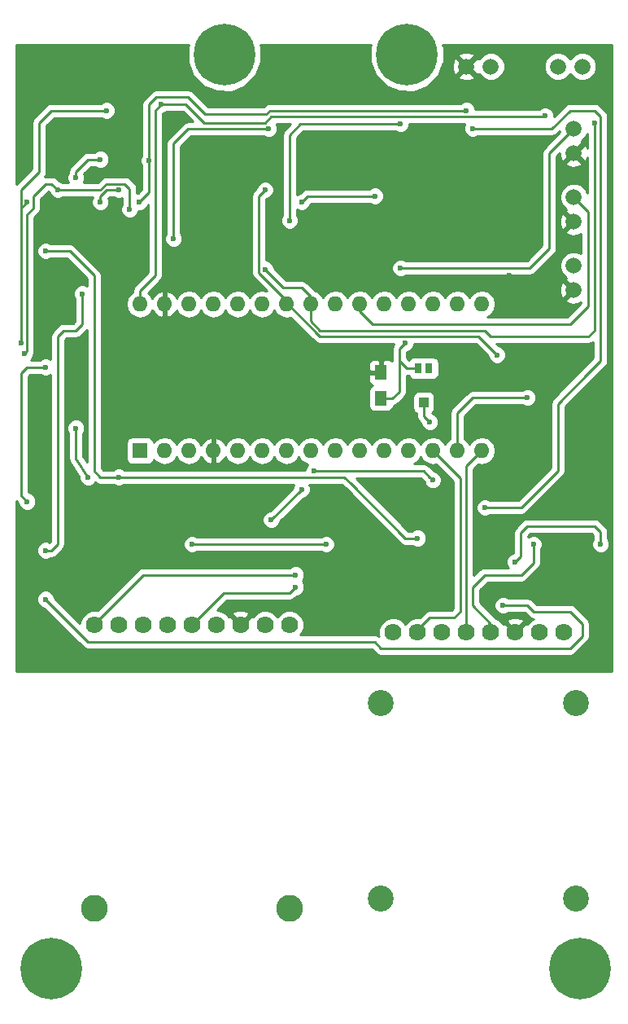
<source format=gbl>
G04 #@! TF.FileFunction,Copper,L2,Bot,Signal*
%FSLAX46Y46*%
G04 Gerber Fmt 4.6, Leading zero omitted, Abs format (unit mm)*
G04 Created by KiCad (PCBNEW 4.0.7) date 04/10/18 20:33:08*
%MOMM*%
%LPD*%
G01*
G04 APERTURE LIST*
%ADD10C,0.100000*%
%ADD11C,1.670000*%
%ADD12R,1.600000X1.600000*%
%ADD13O,1.600000X1.600000*%
%ADD14R,1.300000X1.500000*%
%ADD15C,2.800000*%
%ADD16C,1.780000*%
%ADD17C,2.700000*%
%ADD18C,6.400000*%
%ADD19R,0.800000X1.100000*%
%ADD20R,1.000000X1.100000*%
%ADD21C,0.600000*%
%ADD22C,0.250000*%
%ADD23C,0.254000*%
G04 APERTURE END LIST*
D10*
D11*
X125730000Y-53213000D03*
X123190000Y-53213000D03*
D12*
X89217500Y-93154500D03*
D13*
X122237500Y-77914500D03*
X91757500Y-93154500D03*
X119697500Y-77914500D03*
X94297500Y-93154500D03*
X117157500Y-77914500D03*
X96837500Y-93154500D03*
X114617500Y-77914500D03*
X99377500Y-93154500D03*
X112077500Y-77914500D03*
X101917500Y-93154500D03*
X109537500Y-77914500D03*
X104457500Y-93154500D03*
X106997500Y-77914500D03*
X106997500Y-93154500D03*
X104457500Y-77914500D03*
X109537500Y-93154500D03*
X101917500Y-77914500D03*
X112077500Y-93154500D03*
X99377500Y-77914500D03*
X114617500Y-93154500D03*
X96837500Y-77914500D03*
X117157500Y-93154500D03*
X94297500Y-77914500D03*
X119697500Y-93154500D03*
X91757500Y-77914500D03*
X122237500Y-93154500D03*
X89217500Y-77914500D03*
X124777500Y-93154500D03*
X124777500Y-77914500D03*
D11*
X135255000Y-53213000D03*
X132715000Y-53213000D03*
X134366000Y-76454000D03*
X134366000Y-73914000D03*
X134366000Y-69342000D03*
X134366000Y-66802000D03*
X134366000Y-62230000D03*
X134366000Y-59690000D03*
D14*
X114300000Y-87710000D03*
X114300000Y-85010000D03*
D15*
X104775000Y-140716000D03*
X84455000Y-140716000D03*
D16*
X104775000Y-111252000D03*
X102235000Y-111252000D03*
X99695000Y-111252000D03*
X97155000Y-111252000D03*
X94615000Y-111252000D03*
X92075000Y-111252000D03*
X89535000Y-111252000D03*
X86995000Y-111252000D03*
X84455000Y-111252000D03*
X133350000Y-112014000D03*
X130810000Y-112014000D03*
X125730000Y-112014000D03*
X128270000Y-112014000D03*
X123190000Y-112014000D03*
X120650000Y-112014000D03*
X118110000Y-112014000D03*
X115570000Y-112014000D03*
D17*
X114300000Y-139700000D03*
X134620000Y-139700000D03*
X134620000Y-119380000D03*
X114300000Y-119380000D03*
D18*
X117000000Y-52000000D03*
X98000000Y-52000000D03*
X80000000Y-147000000D03*
X135000000Y-147000000D03*
D19*
X118195000Y-84585000D03*
X119295000Y-84585000D03*
D20*
X118745000Y-88135000D03*
D21*
X108585000Y-102870000D03*
X94615000Y-102870000D03*
X116840000Y-81915000D03*
X81915000Y-96520000D03*
X128270000Y-61595000D03*
X125730000Y-61595000D03*
X121920000Y-59944000D03*
X97155000Y-60960000D03*
X83185000Y-85725000D03*
X81280000Y-73660000D03*
X97155000Y-64770000D03*
X111125000Y-60960000D03*
X118745000Y-96520000D03*
X127635000Y-97155000D03*
X120015000Y-107950000D03*
X111125000Y-109220000D03*
X133985000Y-106680000D03*
X133965000Y-102850000D03*
X125095000Y-102870000D03*
X80645000Y-59055000D03*
X99060000Y-60960000D03*
X102616000Y-68072000D03*
X127635000Y-74930000D03*
X120650000Y-104140000D03*
X97155000Y-69215000D03*
X94615000Y-74930000D03*
X88265000Y-71120000D03*
X80645000Y-78105000D03*
X81280000Y-74930000D03*
X88265000Y-59055000D03*
X113030000Y-70485000D03*
X119380000Y-66040000D03*
X118110000Y-66040000D03*
X111760000Y-63500000D03*
X76835000Y-58420000D03*
X76835000Y-54610000D03*
X91440000Y-53340000D03*
X116332000Y-74168000D03*
X136525000Y-59055000D03*
X102235000Y-74295000D03*
X102235000Y-66040000D03*
X126365000Y-83185000D03*
X119380000Y-90170000D03*
X129540000Y-87630000D03*
X131381500Y-58356500D03*
X91440000Y-57150000D03*
X130175000Y-102870000D03*
X125095000Y-99060000D03*
X123825000Y-59690000D03*
X123190000Y-57785000D03*
X82550000Y-64770000D03*
X90170000Y-62992000D03*
X89154000Y-67310000D03*
X85090000Y-62865000D03*
X106045000Y-67310000D03*
X113665000Y-66675000D03*
X105410000Y-106045000D03*
X128270000Y-104695000D03*
X137160000Y-102870000D03*
X106045000Y-97155000D03*
X119695000Y-96200000D03*
X102870000Y-100330000D03*
X107315000Y-95250000D03*
X105410000Y-107315000D03*
X76835000Y-81915000D03*
X77470000Y-67310000D03*
X85725000Y-57785000D03*
X77216000Y-83058000D03*
X88138000Y-68072000D03*
X80645000Y-66040000D03*
X127000000Y-109220000D03*
X79375000Y-108585000D03*
X83185000Y-76835000D03*
X79375000Y-103505000D03*
X118110000Y-102235000D03*
X79375000Y-72390000D03*
X86995000Y-95885000D03*
X86995000Y-66040000D03*
X85090000Y-67310000D03*
X104775000Y-69215000D03*
X116332000Y-59182000D03*
X102616000Y-59690000D03*
X92710000Y-71120000D03*
X82550000Y-90805000D03*
X83820000Y-95885000D03*
X77470000Y-98425000D03*
X79375000Y-84455000D03*
D22*
X104140000Y-102870000D02*
X108585000Y-102870000D01*
X101600000Y-102870000D02*
X104140000Y-102870000D01*
X101600000Y-102870000D02*
X94615000Y-102870000D01*
X118195000Y-84585000D02*
X116970000Y-84585000D01*
X116970000Y-84585000D02*
X116205000Y-83820000D01*
X114300000Y-87710000D02*
X115490000Y-87710000D01*
X116205000Y-82550000D02*
X116840000Y-81915000D01*
X116205000Y-86995000D02*
X116205000Y-83820000D01*
X116205000Y-83820000D02*
X116205000Y-82550000D01*
X115490000Y-87710000D02*
X116205000Y-86995000D01*
X133965000Y-102850000D02*
X133985000Y-102870000D01*
X114744500Y-78041500D02*
X114617500Y-77914500D01*
X128270000Y-80010000D02*
X133985000Y-80010000D01*
X135890000Y-68326000D02*
X134366000Y-66802000D01*
X135890000Y-78105000D02*
X135890000Y-68326000D01*
X133985000Y-80010000D02*
X135890000Y-78105000D01*
X112077500Y-77914500D02*
X112077500Y-78680498D01*
X112077500Y-78680498D02*
X113407002Y-80010000D01*
X113407002Y-80010000D02*
X128270000Y-80010000D01*
X112077500Y-77914500D02*
X112077500Y-78041500D01*
X134366000Y-59690000D02*
X131826000Y-62230000D01*
X131826000Y-72136000D02*
X131826000Y-62230000D01*
X129794000Y-74168000D02*
X131826000Y-72136000D01*
X129794000Y-74168000D02*
X116332000Y-74168000D01*
X125730000Y-81280000D02*
X135890000Y-81280000D01*
X136525000Y-80645000D02*
X136525000Y-59055000D01*
X135890000Y-81280000D02*
X136525000Y-80645000D01*
X106997500Y-77914500D02*
X106997500Y-77152500D01*
X102235000Y-74295000D02*
X104140000Y-76200000D01*
X106045000Y-76200000D02*
X106997500Y-77152500D01*
X104140000Y-76200000D02*
X106045000Y-76200000D01*
X106997500Y-77152500D02*
X106997500Y-77914500D01*
X106997500Y-79692500D02*
X106997500Y-77914500D01*
X107950000Y-80645000D02*
X106997500Y-79692500D01*
X125095000Y-80645000D02*
X107950000Y-80645000D01*
X125730000Y-81280000D02*
X125095000Y-80645000D01*
X102235000Y-74295000D02*
X102870000Y-74930000D01*
X126365000Y-83185000D02*
X124460000Y-81280000D01*
X107950000Y-81280000D02*
X104584500Y-77914500D01*
X124460000Y-81280000D02*
X107950000Y-81280000D01*
X104584500Y-77914500D02*
X104457500Y-77914500D01*
X104457500Y-77914500D02*
X104457500Y-77533500D01*
X104457500Y-77533500D02*
X101600000Y-74676000D01*
X101600000Y-66675000D02*
X102235000Y-66040000D01*
X101600000Y-74676000D02*
X101600000Y-66675000D01*
X118745000Y-88135000D02*
X118745000Y-89535000D01*
X118745000Y-89535000D02*
X119380000Y-90170000D01*
X118595000Y-87710000D02*
X118745000Y-87860000D01*
X118110000Y-112014000D02*
X118110000Y-111760000D01*
X118110000Y-111760000D02*
X119380000Y-110490000D01*
X119380000Y-110490000D02*
X121920000Y-110490000D01*
X121920000Y-110490000D02*
X122555000Y-109855000D01*
X122555000Y-109855000D02*
X122555000Y-107315000D01*
X122555000Y-107315000D02*
X122555000Y-96012000D01*
X122555000Y-96012000D02*
X119697500Y-93154500D01*
X122237500Y-89217500D02*
X122237500Y-93154500D01*
X127000000Y-87630000D02*
X123825000Y-87630000D01*
X123825000Y-87630000D02*
X122237500Y-89217500D01*
X129540000Y-87630000D02*
X127000000Y-87630000D01*
X95885000Y-59055000D02*
X93980000Y-57150000D01*
X102870000Y-58420000D02*
X113030000Y-58420000D01*
X113030000Y-58420000D02*
X125730000Y-58420000D01*
X102235000Y-59055000D02*
X102870000Y-58420000D01*
X95885000Y-59055000D02*
X102235000Y-59055000D01*
X131381500Y-58356500D02*
X131318000Y-58420000D01*
X125730000Y-58420000D02*
X131318000Y-58420000D01*
X93980000Y-57150000D02*
X91440000Y-57150000D01*
X90805000Y-57785000D02*
X91440000Y-57150000D01*
X89217500Y-77914500D02*
X89217500Y-76517500D01*
X89217500Y-76517500D02*
X90805000Y-74930000D01*
X90805000Y-74930000D02*
X90805000Y-57785000D01*
X123190000Y-112014000D02*
X123190000Y-94742000D01*
X123190000Y-94742000D02*
X124777500Y-93154500D01*
X125730000Y-112014000D02*
X125730000Y-111125000D01*
X125730000Y-111125000D02*
X123825000Y-109220000D01*
X130175000Y-104775000D02*
X130175000Y-102870000D01*
X123825000Y-109220000D02*
X123825000Y-107315000D01*
X123825000Y-107315000D02*
X125095000Y-106045000D01*
X125095000Y-106045000D02*
X128905000Y-106045000D01*
X128905000Y-106045000D02*
X130175000Y-104775000D01*
X125730000Y-112014000D02*
X125730000Y-111760000D01*
X123825000Y-59690000D02*
X132080000Y-59690000D01*
X135255000Y-57785000D02*
X136525000Y-57785000D01*
X137160000Y-83820000D02*
X135890000Y-85090000D01*
X137160000Y-58420000D02*
X137160000Y-83820000D01*
X136525000Y-57785000D02*
X137160000Y-58420000D01*
X132715000Y-88265000D02*
X132715000Y-95250000D01*
X132080000Y-59690000D02*
X133985000Y-57785000D01*
X133985000Y-57785000D02*
X135255000Y-57785000D01*
X135890000Y-85090000D02*
X132715000Y-88265000D01*
X132715000Y-95250000D02*
X128905000Y-99060000D01*
X128905000Y-99060000D02*
X125095000Y-99060000D01*
X102743000Y-57785000D02*
X123190000Y-57785000D01*
X90170000Y-62992000D02*
X90170000Y-57150000D01*
X90170000Y-57150000D02*
X90932000Y-56388000D01*
X90932000Y-56388000D02*
X94234000Y-56388000D01*
X94234000Y-56388000D02*
X96012000Y-58166000D01*
X96012000Y-58166000D02*
X102362000Y-58166000D01*
X102362000Y-58166000D02*
X102743000Y-57785000D01*
X90170000Y-62992000D02*
X90170000Y-66294000D01*
X89154000Y-67310000D02*
X90170000Y-66294000D01*
X82550000Y-64135000D02*
X82550000Y-64770000D01*
X83820000Y-62865000D02*
X82550000Y-64135000D01*
X85090000Y-62865000D02*
X83820000Y-62865000D01*
X106045000Y-67310000D02*
X106680000Y-66675000D01*
X106680000Y-66675000D02*
X113665000Y-66675000D01*
X105410000Y-106045000D02*
X89535000Y-106045000D01*
X89535000Y-106045000D02*
X84455000Y-111125000D01*
X84455000Y-111125000D02*
X84455000Y-111252000D01*
X129540000Y-100965000D02*
X128825000Y-101680000D01*
X128825000Y-104140000D02*
X128825000Y-101680000D01*
X128825000Y-104140000D02*
X128270000Y-104695000D01*
X137160000Y-101600000D02*
X137160000Y-102870000D01*
X136525000Y-100965000D02*
X137160000Y-101600000D01*
X129540000Y-100965000D02*
X136525000Y-100965000D01*
X119380000Y-95885000D02*
X119695000Y-96200000D01*
X117475000Y-95250000D02*
X118110000Y-95250000D01*
X102870000Y-100330000D02*
X106045000Y-97155000D01*
X119380000Y-95885000D02*
X118745000Y-95250000D01*
X118745000Y-95250000D02*
X118110000Y-95250000D01*
X117475000Y-95250000D02*
X107315000Y-95250000D01*
X105410000Y-107315000D02*
X104775000Y-107950000D01*
X104775000Y-107950000D02*
X97917000Y-107950000D01*
X97917000Y-107950000D02*
X94615000Y-111252000D01*
X76835000Y-81280000D02*
X76835000Y-67945000D01*
X76835000Y-81915000D02*
X76835000Y-81280000D01*
X77470000Y-67310000D02*
X76835000Y-67945000D01*
X77470000Y-65405000D02*
X78740000Y-64135000D01*
X78740000Y-64135000D02*
X78740000Y-63500000D01*
X78740000Y-60960000D02*
X78740000Y-63500000D01*
X78740000Y-59055000D02*
X80010000Y-57785000D01*
X80010000Y-57785000D02*
X85725000Y-57785000D01*
X78740000Y-60960000D02*
X78740000Y-59055000D01*
X77470000Y-65405000D02*
X76835000Y-66040000D01*
X76835000Y-66675000D02*
X76835000Y-67945000D01*
X76835000Y-66675000D02*
X76835000Y-66040000D01*
X77470000Y-82804000D02*
X77470000Y-81915000D01*
X77216000Y-83058000D02*
X77470000Y-82804000D01*
X77470000Y-69215000D02*
X77470000Y-81915000D01*
X77470000Y-68580000D02*
X78105000Y-67945000D01*
X78105000Y-67945000D02*
X78105000Y-66675000D01*
X78105000Y-66675000D02*
X79375000Y-65405000D01*
X79375000Y-65405000D02*
X80010000Y-65405000D01*
X80645000Y-66040000D02*
X80010000Y-65405000D01*
X77470000Y-69215000D02*
X77470000Y-68580000D01*
X82550000Y-66040000D02*
X85090000Y-66040000D01*
X88138000Y-65913000D02*
X88138000Y-68072000D01*
X87630000Y-65405000D02*
X88138000Y-65913000D01*
X85725000Y-65405000D02*
X87630000Y-65405000D01*
X85090000Y-66040000D02*
X85725000Y-65405000D01*
X82550000Y-66040000D02*
X80645000Y-66040000D01*
X80010000Y-109220000D02*
X79375000Y-108585000D01*
X83820000Y-113030000D02*
X113665000Y-113030000D01*
X113665000Y-113030000D02*
X114300000Y-113665000D01*
X114300000Y-113665000D02*
X133985000Y-113665000D01*
X80010000Y-109220000D02*
X83820000Y-113030000D01*
X129540000Y-109220000D02*
X127000000Y-109220000D01*
X130175000Y-109855000D02*
X129540000Y-109220000D01*
X133985000Y-109855000D02*
X130175000Y-109855000D01*
X133985000Y-113665000D02*
X135255000Y-112395000D01*
X135255000Y-112395000D02*
X135255000Y-111125000D01*
X135255000Y-111125000D02*
X133985000Y-109855000D01*
X82550000Y-80645000D02*
X83185000Y-80010000D01*
X81280000Y-80645000D02*
X81915000Y-80645000D01*
X83185000Y-79375000D02*
X83185000Y-80010000D01*
X83185000Y-76835000D02*
X83185000Y-79375000D01*
X82550000Y-80645000D02*
X81915000Y-80645000D01*
X80010000Y-103505000D02*
X80645000Y-102870000D01*
X80645000Y-102870000D02*
X80645000Y-81280000D01*
X80645000Y-81280000D02*
X81280000Y-80645000D01*
X80010000Y-103505000D02*
X79375000Y-103505000D01*
X86995000Y-95885000D02*
X87630000Y-95885000D01*
X110490000Y-95885000D02*
X87630000Y-95885000D01*
X117475000Y-102235000D02*
X118110000Y-102235000D01*
X116840000Y-102235000D02*
X117475000Y-102235000D01*
X111125000Y-96520000D02*
X116840000Y-102235000D01*
X111125000Y-96520000D02*
X110490000Y-95885000D01*
X84455000Y-88900000D02*
X84455000Y-95250000D01*
X79375000Y-72390000D02*
X81915000Y-72390000D01*
X84455000Y-74930000D02*
X84455000Y-88900000D01*
X81915000Y-72390000D02*
X84455000Y-74930000D01*
X85090000Y-95885000D02*
X86995000Y-95885000D01*
X84455000Y-95250000D02*
X85090000Y-95885000D01*
X86360000Y-66040000D02*
X85725000Y-66040000D01*
X86360000Y-66040000D02*
X86995000Y-66040000D01*
X85090000Y-66675000D02*
X85090000Y-67310000D01*
X85725000Y-66040000D02*
X85090000Y-66675000D01*
X105918000Y-59182000D02*
X104775000Y-60325000D01*
X116332000Y-59182000D02*
X105918000Y-59182000D01*
X104775000Y-60325000D02*
X104775000Y-69215000D01*
X102616000Y-59690000D02*
X94234000Y-59690000D01*
X92710000Y-61214000D02*
X92710000Y-67564000D01*
X94234000Y-59690000D02*
X92710000Y-61214000D01*
X92710000Y-71120000D02*
X92710000Y-67564000D01*
X82550000Y-93980000D02*
X82550000Y-90805000D01*
X83820000Y-95885000D02*
X82550000Y-93980000D01*
X76835000Y-85725000D02*
X76835000Y-85090000D01*
X76835000Y-97155000D02*
X76835000Y-97790000D01*
X76835000Y-97790000D02*
X77470000Y-98425000D01*
X76835000Y-85725000D02*
X76835000Y-97155000D01*
X77470000Y-84455000D02*
X79375000Y-84455000D01*
X76835000Y-85090000D02*
X77470000Y-84455000D01*
D23*
G36*
X94165667Y-51233825D02*
X94164336Y-52759482D01*
X94746950Y-54169515D01*
X95824811Y-55249259D01*
X97233825Y-55834333D01*
X98759482Y-55835664D01*
X100169515Y-55253050D01*
X101249259Y-54175189D01*
X101834333Y-52766175D01*
X101835664Y-51240518D01*
X101706121Y-50927000D01*
X113293072Y-50927000D01*
X113165667Y-51233825D01*
X113164336Y-52759482D01*
X113746950Y-54169515D01*
X114824811Y-55249259D01*
X116233825Y-55834333D01*
X117759482Y-55835664D01*
X119169515Y-55253050D01*
X120178229Y-54246095D01*
X122336510Y-54246095D01*
X122414942Y-54495842D01*
X122964861Y-54694793D01*
X123549057Y-54668156D01*
X123965058Y-54495842D01*
X124043490Y-54246095D01*
X123190000Y-53392605D01*
X122336510Y-54246095D01*
X120178229Y-54246095D01*
X120249259Y-54175189D01*
X120742280Y-52987861D01*
X121708207Y-52987861D01*
X121734844Y-53572057D01*
X121907158Y-53988058D01*
X122156905Y-54066490D01*
X123010395Y-53213000D01*
X123369605Y-53213000D01*
X124223095Y-54066490D01*
X124461214Y-53991710D01*
X124483068Y-54044600D01*
X124896225Y-54458479D01*
X125436316Y-54682744D01*
X126021118Y-54683255D01*
X126561600Y-54459932D01*
X126975479Y-54046775D01*
X127199744Y-53506684D01*
X127199746Y-53504118D01*
X131244745Y-53504118D01*
X131468068Y-54044600D01*
X131881225Y-54458479D01*
X132421316Y-54682744D01*
X133006118Y-54683255D01*
X133546600Y-54459932D01*
X133960479Y-54046775D01*
X133984783Y-53988245D01*
X134008068Y-54044600D01*
X134421225Y-54458479D01*
X134961316Y-54682744D01*
X135546118Y-54683255D01*
X136086600Y-54459932D01*
X136500479Y-54046775D01*
X136724744Y-53506684D01*
X136725255Y-52921882D01*
X136501932Y-52381400D01*
X136088775Y-51967521D01*
X135548684Y-51743256D01*
X134963882Y-51742745D01*
X134423400Y-51966068D01*
X134009521Y-52379225D01*
X133985217Y-52437755D01*
X133961932Y-52381400D01*
X133548775Y-51967521D01*
X133008684Y-51743256D01*
X132423882Y-51742745D01*
X131883400Y-51966068D01*
X131469521Y-52379225D01*
X131245256Y-52919316D01*
X131244745Y-53504118D01*
X127199746Y-53504118D01*
X127200255Y-52921882D01*
X126976932Y-52381400D01*
X126563775Y-51967521D01*
X126023684Y-51743256D01*
X125438882Y-51742745D01*
X124898400Y-51966068D01*
X124484521Y-52379225D01*
X124461605Y-52434413D01*
X124223095Y-52359510D01*
X123369605Y-53213000D01*
X123010395Y-53213000D01*
X122156905Y-52359510D01*
X121907158Y-52437942D01*
X121708207Y-52987861D01*
X120742280Y-52987861D01*
X120834333Y-52766175D01*
X120834844Y-52179905D01*
X122336510Y-52179905D01*
X123190000Y-53033395D01*
X124043490Y-52179905D01*
X123965058Y-51930158D01*
X123415139Y-51731207D01*
X122830943Y-51757844D01*
X122414942Y-51930158D01*
X122336510Y-52179905D01*
X120834844Y-52179905D01*
X120835664Y-51240518D01*
X120706121Y-50927000D01*
X138303000Y-50927000D01*
X138303000Y-116078000D01*
X76327000Y-116078000D01*
X76327000Y-98356802D01*
X76534878Y-98564680D01*
X76534838Y-98610167D01*
X76676883Y-98953943D01*
X76939673Y-99217192D01*
X77283201Y-99359838D01*
X77655167Y-99360162D01*
X77998943Y-99218117D01*
X78262192Y-98955327D01*
X78404838Y-98611799D01*
X78405162Y-98239833D01*
X78263117Y-97896057D01*
X78000327Y-97632808D01*
X77656799Y-97490162D01*
X77609923Y-97490121D01*
X77595000Y-97475198D01*
X77595000Y-85404802D01*
X77784802Y-85215000D01*
X78812537Y-85215000D01*
X78844673Y-85247192D01*
X79188201Y-85389838D01*
X79560167Y-85390162D01*
X79885000Y-85255944D01*
X79885000Y-102555198D01*
X79779598Y-102660600D01*
X79561799Y-102570162D01*
X79189833Y-102569838D01*
X78846057Y-102711883D01*
X78582808Y-102974673D01*
X78440162Y-103318201D01*
X78439838Y-103690167D01*
X78581883Y-104033943D01*
X78844673Y-104297192D01*
X79188201Y-104439838D01*
X79560167Y-104440162D01*
X79903943Y-104298117D01*
X79937118Y-104265000D01*
X80010000Y-104265000D01*
X80300839Y-104207148D01*
X80547401Y-104042401D01*
X81182401Y-103407401D01*
X81347148Y-103160839D01*
X81368167Y-103055167D01*
X93679838Y-103055167D01*
X93821883Y-103398943D01*
X94084673Y-103662192D01*
X94428201Y-103804838D01*
X94800167Y-103805162D01*
X95143943Y-103663117D01*
X95177118Y-103630000D01*
X108022537Y-103630000D01*
X108054673Y-103662192D01*
X108398201Y-103804838D01*
X108770167Y-103805162D01*
X109113943Y-103663117D01*
X109377192Y-103400327D01*
X109519838Y-103056799D01*
X109520162Y-102684833D01*
X109378117Y-102341057D01*
X109115327Y-102077808D01*
X108771799Y-101935162D01*
X108399833Y-101934838D01*
X108056057Y-102076883D01*
X108022882Y-102110000D01*
X95177463Y-102110000D01*
X95145327Y-102077808D01*
X94801799Y-101935162D01*
X94429833Y-101934838D01*
X94086057Y-102076883D01*
X93822808Y-102339673D01*
X93680162Y-102683201D01*
X93679838Y-103055167D01*
X81368167Y-103055167D01*
X81405000Y-102870000D01*
X81405000Y-81594802D01*
X81594802Y-81405000D01*
X82550000Y-81405000D01*
X82840839Y-81347148D01*
X83087401Y-81182401D01*
X83695000Y-80574802D01*
X83695000Y-94327391D01*
X83310000Y-93749891D01*
X83310000Y-91367463D01*
X83342192Y-91335327D01*
X83484838Y-90991799D01*
X83485162Y-90619833D01*
X83343117Y-90276057D01*
X83080327Y-90012808D01*
X82736799Y-89870162D01*
X82364833Y-89869838D01*
X82021057Y-90011883D01*
X81757808Y-90274673D01*
X81615162Y-90618201D01*
X81614838Y-90990167D01*
X81756883Y-91333943D01*
X81790000Y-91367118D01*
X81790000Y-93980000D01*
X81804527Y-94053031D01*
X81804449Y-94127489D01*
X81833172Y-94197038D01*
X81847852Y-94270839D01*
X81889219Y-94332749D01*
X81917642Y-94401572D01*
X82885027Y-95852650D01*
X82884838Y-96070167D01*
X83026883Y-96413943D01*
X83289673Y-96677192D01*
X83633201Y-96819838D01*
X84005167Y-96820162D01*
X84348943Y-96678117D01*
X84584052Y-96443417D01*
X84799161Y-96587148D01*
X85090000Y-96645000D01*
X86432537Y-96645000D01*
X86464673Y-96677192D01*
X86808201Y-96819838D01*
X87180167Y-96820162D01*
X87523943Y-96678117D01*
X87557118Y-96645000D01*
X105244367Y-96645000D01*
X105110162Y-96968201D01*
X105110121Y-97015077D01*
X102730320Y-99394878D01*
X102684833Y-99394838D01*
X102341057Y-99536883D01*
X102077808Y-99799673D01*
X101935162Y-100143201D01*
X101934838Y-100515167D01*
X102076883Y-100858943D01*
X102339673Y-101122192D01*
X102683201Y-101264838D01*
X103055167Y-101265162D01*
X103398943Y-101123117D01*
X103662192Y-100860327D01*
X103804838Y-100516799D01*
X103804879Y-100469923D01*
X106184680Y-98090122D01*
X106230167Y-98090162D01*
X106573943Y-97948117D01*
X106837192Y-97685327D01*
X106979838Y-97341799D01*
X106980162Y-96969833D01*
X106845944Y-96645000D01*
X110175198Y-96645000D01*
X110587599Y-97057401D01*
X116302599Y-102772402D01*
X116549161Y-102937148D01*
X116840000Y-102995000D01*
X117547537Y-102995000D01*
X117579673Y-103027192D01*
X117923201Y-103169838D01*
X118295167Y-103170162D01*
X118638943Y-103028117D01*
X118902192Y-102765327D01*
X119044838Y-102421799D01*
X119045162Y-102049833D01*
X118903117Y-101706057D01*
X118640327Y-101442808D01*
X118296799Y-101300162D01*
X117924833Y-101299838D01*
X117581057Y-101441883D01*
X117547882Y-101475000D01*
X117154803Y-101475000D01*
X111689802Y-96010000D01*
X118430198Y-96010000D01*
X118759878Y-96339680D01*
X118759838Y-96385167D01*
X118901883Y-96728943D01*
X119164673Y-96992192D01*
X119508201Y-97134838D01*
X119880167Y-97135162D01*
X120223943Y-96993117D01*
X120487192Y-96730327D01*
X120629838Y-96386799D01*
X120630162Y-96014833D01*
X120488117Y-95671057D01*
X120225327Y-95407808D01*
X119881799Y-95265162D01*
X119834923Y-95265121D01*
X119282401Y-94712599D01*
X119035839Y-94547852D01*
X118745000Y-94490000D01*
X117734159Y-94490000D01*
X118172198Y-94197311D01*
X118427500Y-93815225D01*
X118682802Y-94197311D01*
X119148349Y-94508380D01*
X119697500Y-94617613D01*
X120021386Y-94553188D01*
X121795000Y-96326802D01*
X121795000Y-109540198D01*
X121605198Y-109730000D01*
X119380000Y-109730000D01*
X119089160Y-109787852D01*
X118842599Y-109952599D01*
X118306028Y-110489170D01*
X117807989Y-110488735D01*
X117247285Y-110720414D01*
X116839665Y-111127323D01*
X116434971Y-110721921D01*
X115874672Y-110489265D01*
X115267989Y-110488735D01*
X114707285Y-110720414D01*
X114277921Y-111149029D01*
X114045265Y-111709328D01*
X114044735Y-112316011D01*
X114085397Y-112414419D01*
X113955839Y-112327852D01*
X113665000Y-112270000D01*
X105913783Y-112270000D01*
X106067079Y-112116971D01*
X106299735Y-111556672D01*
X106300265Y-110949989D01*
X106068586Y-110389285D01*
X105639971Y-109959921D01*
X105079672Y-109727265D01*
X104472989Y-109726735D01*
X103912285Y-109958414D01*
X103504665Y-110365323D01*
X103099971Y-109959921D01*
X102539672Y-109727265D01*
X101932989Y-109726735D01*
X101372285Y-109958414D01*
X100942921Y-110387029D01*
X100931975Y-110413389D01*
X100767921Y-110358684D01*
X99874605Y-111252000D01*
X99888748Y-111266143D01*
X99709143Y-111445748D01*
X99695000Y-111431605D01*
X99680858Y-111445748D01*
X99501253Y-111266143D01*
X99515395Y-111252000D01*
X98622079Y-110358684D01*
X98458483Y-110413237D01*
X98448586Y-110389285D01*
X98238747Y-110179079D01*
X98801684Y-110179079D01*
X99695000Y-111072395D01*
X100588316Y-110179079D01*
X100503135Y-109923632D01*
X99933275Y-109715488D01*
X99327140Y-109741264D01*
X98886865Y-109923632D01*
X98801684Y-110179079D01*
X98238747Y-110179079D01*
X98019971Y-109959921D01*
X97459672Y-109727265D01*
X97214751Y-109727051D01*
X98231802Y-108710000D01*
X104775000Y-108710000D01*
X105065839Y-108652148D01*
X105312401Y-108487401D01*
X105549680Y-108250122D01*
X105595167Y-108250162D01*
X105938943Y-108108117D01*
X106202192Y-107845327D01*
X106344838Y-107501799D01*
X106345162Y-107129833D01*
X106203117Y-106786057D01*
X106097290Y-106680046D01*
X106202192Y-106575327D01*
X106344838Y-106231799D01*
X106345162Y-105859833D01*
X106203117Y-105516057D01*
X105940327Y-105252808D01*
X105596799Y-105110162D01*
X105224833Y-105109838D01*
X104881057Y-105251883D01*
X104847882Y-105285000D01*
X89535000Y-105285000D01*
X89244161Y-105342852D01*
X88997599Y-105507599D01*
X84772575Y-109732623D01*
X84759672Y-109727265D01*
X84152989Y-109726735D01*
X83592285Y-109958414D01*
X83162921Y-110387029D01*
X82930265Y-110947328D01*
X82930162Y-111065360D01*
X80310122Y-108445320D01*
X80310162Y-108399833D01*
X80168117Y-108056057D01*
X79905327Y-107792808D01*
X79561799Y-107650162D01*
X79189833Y-107649838D01*
X78846057Y-107791883D01*
X78582808Y-108054673D01*
X78440162Y-108398201D01*
X78439838Y-108770167D01*
X78581883Y-109113943D01*
X78844673Y-109377192D01*
X79188201Y-109519838D01*
X79235077Y-109519879D01*
X83282599Y-113567401D01*
X83529161Y-113732148D01*
X83820000Y-113790000D01*
X113350198Y-113790000D01*
X113762599Y-114202401D01*
X114009161Y-114367148D01*
X114300000Y-114425000D01*
X133985000Y-114425000D01*
X134275839Y-114367148D01*
X134522401Y-114202401D01*
X135792401Y-112932401D01*
X135957148Y-112685840D01*
X136015000Y-112395000D01*
X136015000Y-111125000D01*
X135957148Y-110834161D01*
X135957148Y-110834160D01*
X135792401Y-110587599D01*
X134522401Y-109317599D01*
X134275839Y-109152852D01*
X133985000Y-109095000D01*
X130489802Y-109095000D01*
X130077401Y-108682599D01*
X129830839Y-108517852D01*
X129540000Y-108460000D01*
X127562463Y-108460000D01*
X127530327Y-108427808D01*
X127186799Y-108285162D01*
X126814833Y-108284838D01*
X126471057Y-108426883D01*
X126207808Y-108689673D01*
X126065162Y-109033201D01*
X126064838Y-109405167D01*
X126206883Y-109748943D01*
X126469673Y-110012192D01*
X126813201Y-110154838D01*
X127185167Y-110155162D01*
X127528943Y-110013117D01*
X127562118Y-109980000D01*
X129225198Y-109980000D01*
X129637599Y-110392401D01*
X129884161Y-110557148D01*
X130175000Y-110615000D01*
X130202405Y-110615000D01*
X129947285Y-110720414D01*
X129517921Y-111149029D01*
X129506975Y-111175389D01*
X129342921Y-111120684D01*
X128449605Y-112014000D01*
X128463748Y-112028143D01*
X128284143Y-112207748D01*
X128270000Y-112193605D01*
X128255858Y-112207748D01*
X128076253Y-112028143D01*
X128090395Y-112014000D01*
X127197079Y-111120684D01*
X127033483Y-111175237D01*
X127023586Y-111151285D01*
X126813747Y-110941079D01*
X127376684Y-110941079D01*
X128270000Y-111834395D01*
X129163316Y-110941079D01*
X129078135Y-110685632D01*
X128508275Y-110477488D01*
X127902140Y-110503264D01*
X127461865Y-110685632D01*
X127376684Y-110941079D01*
X126813747Y-110941079D01*
X126594971Y-110721921D01*
X126264500Y-110584698D01*
X124585000Y-108905198D01*
X124585000Y-107629802D01*
X125409802Y-106805000D01*
X128905000Y-106805000D01*
X129195839Y-106747148D01*
X129442401Y-106582401D01*
X130712401Y-105312401D01*
X130877148Y-105065840D01*
X130935000Y-104775000D01*
X130935000Y-103432463D01*
X130967192Y-103400327D01*
X131109838Y-103056799D01*
X131110162Y-102684833D01*
X130968117Y-102341057D01*
X130705327Y-102077808D01*
X130361799Y-101935162D01*
X129989833Y-101934838D01*
X129646057Y-102076883D01*
X129585000Y-102137834D01*
X129585000Y-101994802D01*
X129854802Y-101725000D01*
X136210198Y-101725000D01*
X136400000Y-101914802D01*
X136400000Y-102307537D01*
X136367808Y-102339673D01*
X136225162Y-102683201D01*
X136224838Y-103055167D01*
X136366883Y-103398943D01*
X136629673Y-103662192D01*
X136973201Y-103804838D01*
X137345167Y-103805162D01*
X137688943Y-103663117D01*
X137952192Y-103400327D01*
X138094838Y-103056799D01*
X138095162Y-102684833D01*
X137953117Y-102341057D01*
X137920000Y-102307882D01*
X137920000Y-101600000D01*
X137862148Y-101309161D01*
X137697401Y-101062599D01*
X137062401Y-100427599D01*
X136815839Y-100262852D01*
X136525000Y-100205000D01*
X129540000Y-100205000D01*
X129249161Y-100262852D01*
X129002599Y-100427599D01*
X128287599Y-101142599D01*
X128122852Y-101389161D01*
X128065000Y-101680000D01*
X128065000Y-103768033D01*
X127741057Y-103901883D01*
X127477808Y-104164673D01*
X127335162Y-104508201D01*
X127334838Y-104880167D01*
X127476883Y-105223943D01*
X127537834Y-105285000D01*
X125095000Y-105285000D01*
X124804160Y-105342852D01*
X124557599Y-105507599D01*
X123950000Y-106115198D01*
X123950000Y-95056802D01*
X124453614Y-94553188D01*
X124777500Y-94617613D01*
X125326651Y-94508380D01*
X125792198Y-94197311D01*
X126103267Y-93731764D01*
X126212500Y-93182613D01*
X126212500Y-93126387D01*
X126103267Y-92577236D01*
X125792198Y-92111689D01*
X125326651Y-91800620D01*
X124777500Y-91691387D01*
X124228349Y-91800620D01*
X123762802Y-92111689D01*
X123507500Y-92493775D01*
X123252198Y-92111689D01*
X122997500Y-91941505D01*
X122997500Y-89532302D01*
X124139802Y-88390000D01*
X128977537Y-88390000D01*
X129009673Y-88422192D01*
X129353201Y-88564838D01*
X129725167Y-88565162D01*
X130068943Y-88423117D01*
X130332192Y-88160327D01*
X130474838Y-87816799D01*
X130475162Y-87444833D01*
X130333117Y-87101057D01*
X130070327Y-86837808D01*
X129726799Y-86695162D01*
X129354833Y-86694838D01*
X129011057Y-86836883D01*
X128977882Y-86870000D01*
X123825000Y-86870000D01*
X123534161Y-86927852D01*
X123287599Y-87092599D01*
X121700099Y-88680099D01*
X121535352Y-88926661D01*
X121477500Y-89217500D01*
X121477500Y-91941505D01*
X121222802Y-92111689D01*
X120967500Y-92493775D01*
X120712198Y-92111689D01*
X120246651Y-91800620D01*
X119697500Y-91691387D01*
X119148349Y-91800620D01*
X118682802Y-92111689D01*
X118427500Y-92493775D01*
X118172198Y-92111689D01*
X117706651Y-91800620D01*
X117157500Y-91691387D01*
X116608349Y-91800620D01*
X116142802Y-92111689D01*
X115887500Y-92493775D01*
X115632198Y-92111689D01*
X115166651Y-91800620D01*
X114617500Y-91691387D01*
X114068349Y-91800620D01*
X113602802Y-92111689D01*
X113347500Y-92493775D01*
X113092198Y-92111689D01*
X112626651Y-91800620D01*
X112077500Y-91691387D01*
X111528349Y-91800620D01*
X111062802Y-92111689D01*
X110807500Y-92493775D01*
X110552198Y-92111689D01*
X110086651Y-91800620D01*
X109537500Y-91691387D01*
X108988349Y-91800620D01*
X108522802Y-92111689D01*
X108267500Y-92493775D01*
X108012198Y-92111689D01*
X107546651Y-91800620D01*
X106997500Y-91691387D01*
X106448349Y-91800620D01*
X105982802Y-92111689D01*
X105727500Y-92493775D01*
X105472198Y-92111689D01*
X105006651Y-91800620D01*
X104457500Y-91691387D01*
X103908349Y-91800620D01*
X103442802Y-92111689D01*
X103187500Y-92493775D01*
X102932198Y-92111689D01*
X102466651Y-91800620D01*
X101917500Y-91691387D01*
X101368349Y-91800620D01*
X100902802Y-92111689D01*
X100647500Y-92493775D01*
X100392198Y-92111689D01*
X99926651Y-91800620D01*
X99377500Y-91691387D01*
X98828349Y-91800620D01*
X98362802Y-92111689D01*
X98092514Y-92516203D01*
X97989889Y-92299366D01*
X97574923Y-91923459D01*
X97186539Y-91762596D01*
X96964500Y-91884585D01*
X96964500Y-93027500D01*
X96984500Y-93027500D01*
X96984500Y-93281500D01*
X96964500Y-93281500D01*
X96964500Y-94424415D01*
X97186539Y-94546404D01*
X97574923Y-94385541D01*
X97989889Y-94009634D01*
X98092514Y-93792797D01*
X98362802Y-94197311D01*
X98828349Y-94508380D01*
X99377500Y-94617613D01*
X99926651Y-94508380D01*
X100392198Y-94197311D01*
X100647500Y-93815225D01*
X100902802Y-94197311D01*
X101368349Y-94508380D01*
X101917500Y-94617613D01*
X102466651Y-94508380D01*
X102932198Y-94197311D01*
X103187500Y-93815225D01*
X103442802Y-94197311D01*
X103908349Y-94508380D01*
X104457500Y-94617613D01*
X105006651Y-94508380D01*
X105472198Y-94197311D01*
X105727500Y-93815225D01*
X105982802Y-94197311D01*
X106448349Y-94508380D01*
X106686930Y-94555837D01*
X106522808Y-94719673D01*
X106380162Y-95063201D01*
X106380108Y-95125000D01*
X87557463Y-95125000D01*
X87525327Y-95092808D01*
X87181799Y-94950162D01*
X86809833Y-94949838D01*
X86466057Y-95091883D01*
X86432882Y-95125000D01*
X85404802Y-95125000D01*
X85215000Y-94935198D01*
X85215000Y-92354500D01*
X87770060Y-92354500D01*
X87770060Y-93954500D01*
X87814338Y-94189817D01*
X87953410Y-94405941D01*
X88165610Y-94550931D01*
X88417500Y-94601940D01*
X90017500Y-94601940D01*
X90252817Y-94557662D01*
X90468941Y-94418590D01*
X90613931Y-94206390D01*
X90645315Y-94051411D01*
X90742802Y-94197311D01*
X91208349Y-94508380D01*
X91757500Y-94617613D01*
X92306651Y-94508380D01*
X92772198Y-94197311D01*
X93027500Y-93815225D01*
X93282802Y-94197311D01*
X93748349Y-94508380D01*
X94297500Y-94617613D01*
X94846651Y-94508380D01*
X95312198Y-94197311D01*
X95582486Y-93792797D01*
X95685111Y-94009634D01*
X96100077Y-94385541D01*
X96488461Y-94546404D01*
X96710500Y-94424415D01*
X96710500Y-93281500D01*
X96690500Y-93281500D01*
X96690500Y-93027500D01*
X96710500Y-93027500D01*
X96710500Y-91884585D01*
X96488461Y-91762596D01*
X96100077Y-91923459D01*
X95685111Y-92299366D01*
X95582486Y-92516203D01*
X95312198Y-92111689D01*
X94846651Y-91800620D01*
X94297500Y-91691387D01*
X93748349Y-91800620D01*
X93282802Y-92111689D01*
X93027500Y-92493775D01*
X92772198Y-92111689D01*
X92306651Y-91800620D01*
X91757500Y-91691387D01*
X91208349Y-91800620D01*
X90742802Y-92111689D01*
X90646399Y-92255965D01*
X90620662Y-92119183D01*
X90481590Y-91903059D01*
X90269390Y-91758069D01*
X90017500Y-91707060D01*
X88417500Y-91707060D01*
X88182183Y-91751338D01*
X87966059Y-91890410D01*
X87821069Y-92102610D01*
X87770060Y-92354500D01*
X85215000Y-92354500D01*
X85215000Y-84133691D01*
X113015000Y-84133691D01*
X113015000Y-84724250D01*
X113173750Y-84883000D01*
X114173000Y-84883000D01*
X114173000Y-83783750D01*
X114014250Y-83625000D01*
X113523690Y-83625000D01*
X113290301Y-83721673D01*
X113111673Y-83900302D01*
X113015000Y-84133691D01*
X85215000Y-84133691D01*
X85215000Y-74930000D01*
X85157148Y-74639161D01*
X85157148Y-74639160D01*
X84992401Y-74392599D01*
X82452401Y-71852599D01*
X82205839Y-71687852D01*
X81915000Y-71630000D01*
X79937463Y-71630000D01*
X79905327Y-71597808D01*
X79561799Y-71455162D01*
X79189833Y-71454838D01*
X78846057Y-71596883D01*
X78582808Y-71859673D01*
X78440162Y-72203201D01*
X78439838Y-72575167D01*
X78581883Y-72918943D01*
X78844673Y-73182192D01*
X79188201Y-73324838D01*
X79560167Y-73325162D01*
X79903943Y-73183117D01*
X79937118Y-73150000D01*
X81600198Y-73150000D01*
X83695000Y-75244802D01*
X83695000Y-76034367D01*
X83371799Y-75900162D01*
X82999833Y-75899838D01*
X82656057Y-76041883D01*
X82392808Y-76304673D01*
X82250162Y-76648201D01*
X82249838Y-77020167D01*
X82391883Y-77363943D01*
X82425000Y-77397118D01*
X82425000Y-79695198D01*
X82235198Y-79885000D01*
X81280000Y-79885000D01*
X80989161Y-79942852D01*
X80742599Y-80107599D01*
X80107599Y-80742599D01*
X79942852Y-80989161D01*
X79885000Y-81280000D01*
X79885000Y-83654367D01*
X79561799Y-83520162D01*
X79189833Y-83519838D01*
X78846057Y-83661883D01*
X78812882Y-83695000D01*
X77901333Y-83695000D01*
X78008192Y-83588327D01*
X78150838Y-83244799D01*
X78150941Y-83126579D01*
X78172148Y-83094840D01*
X78230000Y-82804000D01*
X78230000Y-68894802D01*
X78642401Y-68482401D01*
X78807148Y-68235839D01*
X78865000Y-67945000D01*
X78865000Y-66989802D01*
X79689802Y-66165000D01*
X79695198Y-66165000D01*
X79709878Y-66179680D01*
X79709838Y-66225167D01*
X79851883Y-66568943D01*
X80114673Y-66832192D01*
X80458201Y-66974838D01*
X80830167Y-66975162D01*
X81173943Y-66833117D01*
X81207118Y-66800000D01*
X84289367Y-66800000D01*
X84155162Y-67123201D01*
X84154838Y-67495167D01*
X84296883Y-67838943D01*
X84559673Y-68102192D01*
X84903201Y-68244838D01*
X85275167Y-68245162D01*
X85618943Y-68103117D01*
X85882192Y-67840327D01*
X86024838Y-67496799D01*
X86025162Y-67124833D01*
X85934467Y-66905335D01*
X86039802Y-66800000D01*
X86432537Y-66800000D01*
X86464673Y-66832192D01*
X86808201Y-66974838D01*
X87180167Y-66975162D01*
X87378000Y-66893419D01*
X87378000Y-67509537D01*
X87345808Y-67541673D01*
X87203162Y-67885201D01*
X87202838Y-68257167D01*
X87344883Y-68600943D01*
X87607673Y-68864192D01*
X87951201Y-69006838D01*
X88323167Y-69007162D01*
X88666943Y-68865117D01*
X88930192Y-68602327D01*
X89072838Y-68258799D01*
X89072850Y-68244930D01*
X89339167Y-68245162D01*
X89682943Y-68103117D01*
X89946192Y-67840327D01*
X90045000Y-67602372D01*
X90045000Y-74615198D01*
X88680099Y-75980099D01*
X88515352Y-76226661D01*
X88457500Y-76517500D01*
X88457500Y-76701505D01*
X88202802Y-76871689D01*
X87891733Y-77337236D01*
X87782500Y-77886387D01*
X87782500Y-77942613D01*
X87891733Y-78491764D01*
X88202802Y-78957311D01*
X88668349Y-79268380D01*
X89217500Y-79377613D01*
X89766651Y-79268380D01*
X90232198Y-78957311D01*
X90502486Y-78552797D01*
X90605111Y-78769634D01*
X91020077Y-79145541D01*
X91408461Y-79306404D01*
X91630500Y-79184415D01*
X91630500Y-78041500D01*
X91610500Y-78041500D01*
X91610500Y-77787500D01*
X91630500Y-77787500D01*
X91630500Y-76644585D01*
X91408461Y-76522596D01*
X91020077Y-76683459D01*
X90605111Y-77059366D01*
X90502486Y-77276203D01*
X90232198Y-76871689D01*
X90055907Y-76753895D01*
X91342401Y-75467401D01*
X91507148Y-75220839D01*
X91565000Y-74930000D01*
X91565000Y-58099802D01*
X91579680Y-58085122D01*
X91625167Y-58085162D01*
X91968943Y-57943117D01*
X92002118Y-57910000D01*
X93665198Y-57910000D01*
X94685198Y-58930000D01*
X94234000Y-58930000D01*
X93991414Y-58978254D01*
X93943160Y-58987852D01*
X93696599Y-59152599D01*
X92172599Y-60676599D01*
X92007852Y-60923161D01*
X91950000Y-61214000D01*
X91950000Y-70557537D01*
X91917808Y-70589673D01*
X91775162Y-70933201D01*
X91774838Y-71305167D01*
X91916883Y-71648943D01*
X92179673Y-71912192D01*
X92523201Y-72054838D01*
X92895167Y-72055162D01*
X93238943Y-71913117D01*
X93502192Y-71650327D01*
X93644838Y-71306799D01*
X93645162Y-70934833D01*
X93503117Y-70591057D01*
X93470000Y-70557882D01*
X93470000Y-61528802D01*
X94548802Y-60450000D01*
X102053537Y-60450000D01*
X102085673Y-60482192D01*
X102429201Y-60624838D01*
X102801167Y-60625162D01*
X103144943Y-60483117D01*
X103408192Y-60220327D01*
X103550838Y-59876799D01*
X103551162Y-59504833D01*
X103416944Y-59180000D01*
X104845198Y-59180000D01*
X104237599Y-59787599D01*
X104072852Y-60034161D01*
X104015000Y-60325000D01*
X104015000Y-68652537D01*
X103982808Y-68684673D01*
X103840162Y-69028201D01*
X103839838Y-69400167D01*
X103981883Y-69743943D01*
X104244673Y-70007192D01*
X104588201Y-70149838D01*
X104960167Y-70150162D01*
X105303943Y-70008117D01*
X105567192Y-69745327D01*
X105709838Y-69401799D01*
X105710162Y-69029833D01*
X105568117Y-68686057D01*
X105535000Y-68652882D01*
X105535000Y-68110633D01*
X105858201Y-68244838D01*
X106230167Y-68245162D01*
X106573943Y-68103117D01*
X106837192Y-67840327D01*
X106979838Y-67496799D01*
X106979879Y-67449923D01*
X106994802Y-67435000D01*
X113102537Y-67435000D01*
X113134673Y-67467192D01*
X113478201Y-67609838D01*
X113850167Y-67610162D01*
X114193943Y-67468117D01*
X114457192Y-67205327D01*
X114599838Y-66861799D01*
X114600162Y-66489833D01*
X114458117Y-66146057D01*
X114195327Y-65882808D01*
X113851799Y-65740162D01*
X113479833Y-65739838D01*
X113136057Y-65881883D01*
X113102882Y-65915000D01*
X106680000Y-65915000D01*
X106389161Y-65972852D01*
X106142599Y-66137599D01*
X105905320Y-66374878D01*
X105859833Y-66374838D01*
X105535000Y-66509056D01*
X105535000Y-60639802D01*
X106232802Y-59942000D01*
X115769537Y-59942000D01*
X115801673Y-59974192D01*
X116145201Y-60116838D01*
X116517167Y-60117162D01*
X116860943Y-59975117D01*
X117124192Y-59712327D01*
X117266838Y-59368799D01*
X117267002Y-59180000D01*
X123024367Y-59180000D01*
X122890162Y-59503201D01*
X122889838Y-59875167D01*
X123031883Y-60218943D01*
X123294673Y-60482192D01*
X123638201Y-60624838D01*
X124010167Y-60625162D01*
X124353943Y-60483117D01*
X124387118Y-60450000D01*
X132080000Y-60450000D01*
X132370839Y-60392148D01*
X132617401Y-60227401D01*
X132895773Y-59949029D01*
X132895745Y-59981118D01*
X132926251Y-60054947D01*
X131288599Y-61692599D01*
X131123852Y-61939161D01*
X131066000Y-62230000D01*
X131066000Y-71821198D01*
X129479198Y-73408000D01*
X116894463Y-73408000D01*
X116862327Y-73375808D01*
X116518799Y-73233162D01*
X116146833Y-73232838D01*
X115803057Y-73374883D01*
X115539808Y-73637673D01*
X115397162Y-73981201D01*
X115396838Y-74353167D01*
X115538883Y-74696943D01*
X115801673Y-74960192D01*
X116145201Y-75102838D01*
X116517167Y-75103162D01*
X116860943Y-74961117D01*
X116894118Y-74928000D01*
X129794000Y-74928000D01*
X130084839Y-74870148D01*
X130331401Y-74705401D01*
X132363401Y-72673401D01*
X132528148Y-72426839D01*
X132586000Y-72136000D01*
X132586000Y-69116861D01*
X132884207Y-69116861D01*
X132910844Y-69701057D01*
X133083158Y-70117058D01*
X133332905Y-70195490D01*
X134186395Y-69342000D01*
X133332905Y-68488510D01*
X133083158Y-68566942D01*
X132884207Y-69116861D01*
X132586000Y-69116861D01*
X132586000Y-63263095D01*
X133512510Y-63263095D01*
X133590942Y-63512842D01*
X134140861Y-63711793D01*
X134725057Y-63685156D01*
X135141058Y-63512842D01*
X135219490Y-63263095D01*
X134366000Y-62409605D01*
X133512510Y-63263095D01*
X132586000Y-63263095D01*
X132586000Y-62544802D01*
X132894748Y-62236054D01*
X132910844Y-62589057D01*
X133083158Y-63005058D01*
X133332905Y-63083490D01*
X134186395Y-62230000D01*
X134172253Y-62215858D01*
X134351858Y-62036253D01*
X134366000Y-62050395D01*
X135219490Y-61196905D01*
X135144710Y-60958786D01*
X135197600Y-60936932D01*
X135611479Y-60523775D01*
X135765000Y-60154055D01*
X135765000Y-61735371D01*
X135648842Y-61454942D01*
X135399095Y-61376510D01*
X134545605Y-62230000D01*
X135399095Y-63083490D01*
X135648842Y-63005058D01*
X135765000Y-62683987D01*
X135765000Y-66338432D01*
X135612932Y-65970400D01*
X135199775Y-65556521D01*
X134659684Y-65332256D01*
X134074882Y-65331745D01*
X133534400Y-65555068D01*
X133120521Y-65968225D01*
X132896256Y-66508316D01*
X132895745Y-67093118D01*
X133119068Y-67633600D01*
X133532225Y-68047479D01*
X133587413Y-68070395D01*
X133512510Y-68308905D01*
X134366000Y-69162395D01*
X134380143Y-69148253D01*
X134559748Y-69327858D01*
X134545605Y-69342000D01*
X134559748Y-69356143D01*
X134380143Y-69535748D01*
X134366000Y-69521605D01*
X133512510Y-70375095D01*
X133590942Y-70624842D01*
X134140861Y-70823793D01*
X134725057Y-70797156D01*
X135130000Y-70629422D01*
X135130000Y-72639548D01*
X134659684Y-72444256D01*
X134074882Y-72443745D01*
X133534400Y-72667068D01*
X133120521Y-73080225D01*
X132896256Y-73620316D01*
X132895745Y-74205118D01*
X133119068Y-74745600D01*
X133532225Y-75159479D01*
X133587413Y-75182395D01*
X133512510Y-75420905D01*
X134366000Y-76274395D01*
X134380143Y-76260253D01*
X134559748Y-76439858D01*
X134545605Y-76454000D01*
X134559748Y-76468143D01*
X134380143Y-76647748D01*
X134366000Y-76633605D01*
X133512510Y-77487095D01*
X133590942Y-77736842D01*
X134140861Y-77935793D01*
X134725057Y-77909156D01*
X135130000Y-77741422D01*
X135130000Y-77790198D01*
X133670198Y-79250000D01*
X125354159Y-79250000D01*
X125792198Y-78957311D01*
X126103267Y-78491764D01*
X126212500Y-77942613D01*
X126212500Y-77886387D01*
X126103267Y-77337236D01*
X125792198Y-76871689D01*
X125326651Y-76560620D01*
X124777500Y-76451387D01*
X124228349Y-76560620D01*
X123762802Y-76871689D01*
X123507500Y-77253775D01*
X123252198Y-76871689D01*
X122786651Y-76560620D01*
X122237500Y-76451387D01*
X121688349Y-76560620D01*
X121222802Y-76871689D01*
X120967500Y-77253775D01*
X120712198Y-76871689D01*
X120246651Y-76560620D01*
X119697500Y-76451387D01*
X119148349Y-76560620D01*
X118682802Y-76871689D01*
X118427500Y-77253775D01*
X118172198Y-76871689D01*
X117706651Y-76560620D01*
X117157500Y-76451387D01*
X116608349Y-76560620D01*
X116142802Y-76871689D01*
X115887500Y-77253775D01*
X115632198Y-76871689D01*
X115166651Y-76560620D01*
X114617500Y-76451387D01*
X114068349Y-76560620D01*
X113602802Y-76871689D01*
X113347500Y-77253775D01*
X113092198Y-76871689D01*
X112626651Y-76560620D01*
X112077500Y-76451387D01*
X111528349Y-76560620D01*
X111062802Y-76871689D01*
X110807500Y-77253775D01*
X110552198Y-76871689D01*
X110086651Y-76560620D01*
X109537500Y-76451387D01*
X108988349Y-76560620D01*
X108522802Y-76871689D01*
X108267500Y-77253775D01*
X108012198Y-76871689D01*
X107546651Y-76560620D01*
X107463977Y-76544175D01*
X107148663Y-76228861D01*
X132884207Y-76228861D01*
X132910844Y-76813057D01*
X133083158Y-77229058D01*
X133332905Y-77307490D01*
X134186395Y-76454000D01*
X133332905Y-75600510D01*
X133083158Y-75678942D01*
X132884207Y-76228861D01*
X107148663Y-76228861D01*
X106582401Y-75662599D01*
X106335839Y-75497852D01*
X106045000Y-75440000D01*
X104454802Y-75440000D01*
X103170122Y-74155320D01*
X103170162Y-74109833D01*
X103028117Y-73766057D01*
X102765327Y-73502808D01*
X102421799Y-73360162D01*
X102360000Y-73360108D01*
X102360000Y-66989802D01*
X102374680Y-66975122D01*
X102420167Y-66975162D01*
X102763943Y-66833117D01*
X103027192Y-66570327D01*
X103169838Y-66226799D01*
X103170162Y-65854833D01*
X103028117Y-65511057D01*
X102765327Y-65247808D01*
X102421799Y-65105162D01*
X102049833Y-65104838D01*
X101706057Y-65246883D01*
X101442808Y-65509673D01*
X101300162Y-65853201D01*
X101300121Y-65900077D01*
X101062599Y-66137599D01*
X100897852Y-66384161D01*
X100840000Y-66675000D01*
X100840000Y-74676000D01*
X100897852Y-74966839D01*
X101062599Y-75213401D01*
X102395706Y-76546508D01*
X101917500Y-76451387D01*
X101368349Y-76560620D01*
X100902802Y-76871689D01*
X100647500Y-77253775D01*
X100392198Y-76871689D01*
X99926651Y-76560620D01*
X99377500Y-76451387D01*
X98828349Y-76560620D01*
X98362802Y-76871689D01*
X98107500Y-77253775D01*
X97852198Y-76871689D01*
X97386651Y-76560620D01*
X96837500Y-76451387D01*
X96288349Y-76560620D01*
X95822802Y-76871689D01*
X95567500Y-77253775D01*
X95312198Y-76871689D01*
X94846651Y-76560620D01*
X94297500Y-76451387D01*
X93748349Y-76560620D01*
X93282802Y-76871689D01*
X93012514Y-77276203D01*
X92909889Y-77059366D01*
X92494923Y-76683459D01*
X92106539Y-76522596D01*
X91884500Y-76644585D01*
X91884500Y-77787500D01*
X91904500Y-77787500D01*
X91904500Y-78041500D01*
X91884500Y-78041500D01*
X91884500Y-79184415D01*
X92106539Y-79306404D01*
X92494923Y-79145541D01*
X92909889Y-78769634D01*
X93012514Y-78552797D01*
X93282802Y-78957311D01*
X93748349Y-79268380D01*
X94297500Y-79377613D01*
X94846651Y-79268380D01*
X95312198Y-78957311D01*
X95567500Y-78575225D01*
X95822802Y-78957311D01*
X96288349Y-79268380D01*
X96837500Y-79377613D01*
X97386651Y-79268380D01*
X97852198Y-78957311D01*
X98107500Y-78575225D01*
X98362802Y-78957311D01*
X98828349Y-79268380D01*
X99377500Y-79377613D01*
X99926651Y-79268380D01*
X100392198Y-78957311D01*
X100647500Y-78575225D01*
X100902802Y-78957311D01*
X101368349Y-79268380D01*
X101917500Y-79377613D01*
X102466651Y-79268380D01*
X102932198Y-78957311D01*
X103187500Y-78575225D01*
X103442802Y-78957311D01*
X103908349Y-79268380D01*
X104457500Y-79377613D01*
X104887315Y-79292117D01*
X107412599Y-81817401D01*
X107659161Y-81982148D01*
X107950000Y-82040000D01*
X115649290Y-82040000D01*
X115502852Y-82259161D01*
X115445000Y-82550000D01*
X115445000Y-83856975D01*
X115309699Y-83721673D01*
X115076310Y-83625000D01*
X114585750Y-83625000D01*
X114427000Y-83783750D01*
X114427000Y-84883000D01*
X114447000Y-84883000D01*
X114447000Y-85137000D01*
X114427000Y-85137000D01*
X114427000Y-85157000D01*
X114173000Y-85157000D01*
X114173000Y-85137000D01*
X113173750Y-85137000D01*
X113015000Y-85295750D01*
X113015000Y-85886309D01*
X113111673Y-86119698D01*
X113290301Y-86298327D01*
X113426287Y-86354654D01*
X113414683Y-86356838D01*
X113198559Y-86495910D01*
X113053569Y-86708110D01*
X113002560Y-86960000D01*
X113002560Y-88460000D01*
X113046838Y-88695317D01*
X113185910Y-88911441D01*
X113398110Y-89056431D01*
X113650000Y-89107440D01*
X114950000Y-89107440D01*
X115185317Y-89063162D01*
X115401441Y-88924090D01*
X115546431Y-88711890D01*
X115597440Y-88460000D01*
X115597440Y-88448629D01*
X115780839Y-88412148D01*
X116027401Y-88247401D01*
X116689802Y-87585000D01*
X117597560Y-87585000D01*
X117597560Y-88685000D01*
X117641838Y-88920317D01*
X117780910Y-89136441D01*
X117985000Y-89275890D01*
X117985000Y-89535000D01*
X118042852Y-89825839D01*
X118207599Y-90072401D01*
X118444878Y-90309680D01*
X118444838Y-90355167D01*
X118586883Y-90698943D01*
X118849673Y-90962192D01*
X119193201Y-91104838D01*
X119565167Y-91105162D01*
X119908943Y-90963117D01*
X120172192Y-90700327D01*
X120314838Y-90356799D01*
X120315162Y-89984833D01*
X120173117Y-89641057D01*
X119910327Y-89377808D01*
X119566799Y-89235162D01*
X119562687Y-89235158D01*
X119696441Y-89149090D01*
X119841431Y-88936890D01*
X119892440Y-88685000D01*
X119892440Y-87585000D01*
X119848162Y-87349683D01*
X119709090Y-87133559D01*
X119496890Y-86988569D01*
X119245000Y-86937560D01*
X118245000Y-86937560D01*
X118009683Y-86981838D01*
X117793559Y-87120910D01*
X117648569Y-87333110D01*
X117597560Y-87585000D01*
X116689802Y-87585000D01*
X116742401Y-87532401D01*
X116907148Y-87285839D01*
X116965000Y-86995000D01*
X116965000Y-85344005D01*
X116970000Y-85345000D01*
X117187074Y-85345000D01*
X117191838Y-85370317D01*
X117330910Y-85586441D01*
X117543110Y-85731431D01*
X117795000Y-85782440D01*
X118595000Y-85782440D01*
X118750507Y-85753179D01*
X118895000Y-85782440D01*
X119695000Y-85782440D01*
X119930317Y-85738162D01*
X120146441Y-85599090D01*
X120291431Y-85386890D01*
X120342440Y-85135000D01*
X120342440Y-84035000D01*
X120298162Y-83799683D01*
X120159090Y-83583559D01*
X119946890Y-83438569D01*
X119695000Y-83387560D01*
X118895000Y-83387560D01*
X118739493Y-83416821D01*
X118595000Y-83387560D01*
X117795000Y-83387560D01*
X117559683Y-83431838D01*
X117343559Y-83570910D01*
X117216569Y-83756767D01*
X116965000Y-83505198D01*
X116965000Y-82864802D01*
X116979680Y-82850122D01*
X117025167Y-82850162D01*
X117368943Y-82708117D01*
X117632192Y-82445327D01*
X117774838Y-82101799D01*
X117774892Y-82040000D01*
X124145198Y-82040000D01*
X125429878Y-83324680D01*
X125429838Y-83370167D01*
X125571883Y-83713943D01*
X125834673Y-83977192D01*
X126178201Y-84119838D01*
X126550167Y-84120162D01*
X126893943Y-83978117D01*
X127157192Y-83715327D01*
X127299838Y-83371799D01*
X127300162Y-82999833D01*
X127158117Y-82656057D01*
X126895327Y-82392808D01*
X126551799Y-82250162D01*
X126504923Y-82250121D01*
X126294802Y-82040000D01*
X135890000Y-82040000D01*
X136180839Y-81982148D01*
X136400000Y-81835710D01*
X136400000Y-83505198D01*
X132177599Y-87727599D01*
X132012852Y-87974161D01*
X131955000Y-88265000D01*
X131955000Y-94935198D01*
X128590198Y-98300000D01*
X125657463Y-98300000D01*
X125625327Y-98267808D01*
X125281799Y-98125162D01*
X124909833Y-98124838D01*
X124566057Y-98266883D01*
X124302808Y-98529673D01*
X124160162Y-98873201D01*
X124159838Y-99245167D01*
X124301883Y-99588943D01*
X124564673Y-99852192D01*
X124908201Y-99994838D01*
X125280167Y-99995162D01*
X125623943Y-99853117D01*
X125657118Y-99820000D01*
X128905000Y-99820000D01*
X129195839Y-99762148D01*
X129442401Y-99597401D01*
X133252401Y-95787401D01*
X133417148Y-95540839D01*
X133475000Y-95250000D01*
X133475000Y-88579802D01*
X137697401Y-84357401D01*
X137862148Y-84110840D01*
X137920000Y-83820000D01*
X137920000Y-58420000D01*
X137862148Y-58129161D01*
X137697401Y-57882599D01*
X137062401Y-57247599D01*
X136815839Y-57082852D01*
X136525000Y-57025000D01*
X133985000Y-57025000D01*
X133694161Y-57082852D01*
X133447599Y-57247599D01*
X132316481Y-58378717D01*
X132316662Y-58171333D01*
X132174617Y-57827557D01*
X131911827Y-57564308D01*
X131568299Y-57421662D01*
X131196333Y-57421338D01*
X130852557Y-57563383D01*
X130755771Y-57660000D01*
X124125110Y-57660000D01*
X124125162Y-57599833D01*
X123983117Y-57256057D01*
X123720327Y-56992808D01*
X123376799Y-56850162D01*
X123004833Y-56849838D01*
X122661057Y-56991883D01*
X122627882Y-57025000D01*
X102743000Y-57025000D01*
X102452160Y-57082852D01*
X102205599Y-57247599D01*
X102047198Y-57406000D01*
X96326802Y-57406000D01*
X94771401Y-55850599D01*
X94524839Y-55685852D01*
X94234000Y-55628000D01*
X90932000Y-55628000D01*
X90641161Y-55685852D01*
X90394599Y-55850599D01*
X89632599Y-56612599D01*
X89467852Y-56859161D01*
X89410000Y-57150000D01*
X89410000Y-62429537D01*
X89377808Y-62461673D01*
X89235162Y-62805201D01*
X89234838Y-63177167D01*
X89376883Y-63520943D01*
X89410000Y-63554118D01*
X89410000Y-65979198D01*
X89014320Y-66374878D01*
X88968833Y-66374838D01*
X88898000Y-66404106D01*
X88898000Y-65913000D01*
X88840148Y-65622161D01*
X88675401Y-65375599D01*
X88167401Y-64867599D01*
X87920839Y-64702852D01*
X87630000Y-64645000D01*
X85725000Y-64645000D01*
X85434161Y-64702852D01*
X85187599Y-64867599D01*
X84775198Y-65280000D01*
X83350633Y-65280000D01*
X83484838Y-64956799D01*
X83485162Y-64584833D01*
X83394467Y-64365335D01*
X84134802Y-63625000D01*
X84527537Y-63625000D01*
X84559673Y-63657192D01*
X84903201Y-63799838D01*
X85275167Y-63800162D01*
X85618943Y-63658117D01*
X85882192Y-63395327D01*
X86024838Y-63051799D01*
X86025162Y-62679833D01*
X85883117Y-62336057D01*
X85620327Y-62072808D01*
X85276799Y-61930162D01*
X84904833Y-61929838D01*
X84561057Y-62071883D01*
X84527882Y-62105000D01*
X83820000Y-62105000D01*
X83529160Y-62162852D01*
X83282599Y-62327599D01*
X82012599Y-63597599D01*
X81847852Y-63844161D01*
X81790000Y-64135000D01*
X81790000Y-64207537D01*
X81757808Y-64239673D01*
X81615162Y-64583201D01*
X81614838Y-64955167D01*
X81749056Y-65280000D01*
X81207463Y-65280000D01*
X81175327Y-65247808D01*
X80831799Y-65105162D01*
X80784923Y-65105121D01*
X80547401Y-64867599D01*
X80300839Y-64702852D01*
X80010000Y-64645000D01*
X79375000Y-64645000D01*
X79283556Y-64663189D01*
X79442148Y-64425840D01*
X79500000Y-64135000D01*
X79500000Y-59369802D01*
X80324802Y-58545000D01*
X85162537Y-58545000D01*
X85194673Y-58577192D01*
X85538201Y-58719838D01*
X85910167Y-58720162D01*
X86253943Y-58578117D01*
X86517192Y-58315327D01*
X86659838Y-57971799D01*
X86660162Y-57599833D01*
X86518117Y-57256057D01*
X86255327Y-56992808D01*
X85911799Y-56850162D01*
X85539833Y-56849838D01*
X85196057Y-56991883D01*
X85162882Y-57025000D01*
X80010000Y-57025000D01*
X79719160Y-57082852D01*
X79472599Y-57247599D01*
X78202599Y-58517599D01*
X78037852Y-58764161D01*
X77980000Y-59055000D01*
X77980000Y-63820198D01*
X76327000Y-65473198D01*
X76327000Y-50927000D01*
X94293072Y-50927000D01*
X94165667Y-51233825D01*
X94165667Y-51233825D01*
G37*
X94165667Y-51233825D02*
X94164336Y-52759482D01*
X94746950Y-54169515D01*
X95824811Y-55249259D01*
X97233825Y-55834333D01*
X98759482Y-55835664D01*
X100169515Y-55253050D01*
X101249259Y-54175189D01*
X101834333Y-52766175D01*
X101835664Y-51240518D01*
X101706121Y-50927000D01*
X113293072Y-50927000D01*
X113165667Y-51233825D01*
X113164336Y-52759482D01*
X113746950Y-54169515D01*
X114824811Y-55249259D01*
X116233825Y-55834333D01*
X117759482Y-55835664D01*
X119169515Y-55253050D01*
X120178229Y-54246095D01*
X122336510Y-54246095D01*
X122414942Y-54495842D01*
X122964861Y-54694793D01*
X123549057Y-54668156D01*
X123965058Y-54495842D01*
X124043490Y-54246095D01*
X123190000Y-53392605D01*
X122336510Y-54246095D01*
X120178229Y-54246095D01*
X120249259Y-54175189D01*
X120742280Y-52987861D01*
X121708207Y-52987861D01*
X121734844Y-53572057D01*
X121907158Y-53988058D01*
X122156905Y-54066490D01*
X123010395Y-53213000D01*
X123369605Y-53213000D01*
X124223095Y-54066490D01*
X124461214Y-53991710D01*
X124483068Y-54044600D01*
X124896225Y-54458479D01*
X125436316Y-54682744D01*
X126021118Y-54683255D01*
X126561600Y-54459932D01*
X126975479Y-54046775D01*
X127199744Y-53506684D01*
X127199746Y-53504118D01*
X131244745Y-53504118D01*
X131468068Y-54044600D01*
X131881225Y-54458479D01*
X132421316Y-54682744D01*
X133006118Y-54683255D01*
X133546600Y-54459932D01*
X133960479Y-54046775D01*
X133984783Y-53988245D01*
X134008068Y-54044600D01*
X134421225Y-54458479D01*
X134961316Y-54682744D01*
X135546118Y-54683255D01*
X136086600Y-54459932D01*
X136500479Y-54046775D01*
X136724744Y-53506684D01*
X136725255Y-52921882D01*
X136501932Y-52381400D01*
X136088775Y-51967521D01*
X135548684Y-51743256D01*
X134963882Y-51742745D01*
X134423400Y-51966068D01*
X134009521Y-52379225D01*
X133985217Y-52437755D01*
X133961932Y-52381400D01*
X133548775Y-51967521D01*
X133008684Y-51743256D01*
X132423882Y-51742745D01*
X131883400Y-51966068D01*
X131469521Y-52379225D01*
X131245256Y-52919316D01*
X131244745Y-53504118D01*
X127199746Y-53504118D01*
X127200255Y-52921882D01*
X126976932Y-52381400D01*
X126563775Y-51967521D01*
X126023684Y-51743256D01*
X125438882Y-51742745D01*
X124898400Y-51966068D01*
X124484521Y-52379225D01*
X124461605Y-52434413D01*
X124223095Y-52359510D01*
X123369605Y-53213000D01*
X123010395Y-53213000D01*
X122156905Y-52359510D01*
X121907158Y-52437942D01*
X121708207Y-52987861D01*
X120742280Y-52987861D01*
X120834333Y-52766175D01*
X120834844Y-52179905D01*
X122336510Y-52179905D01*
X123190000Y-53033395D01*
X124043490Y-52179905D01*
X123965058Y-51930158D01*
X123415139Y-51731207D01*
X122830943Y-51757844D01*
X122414942Y-51930158D01*
X122336510Y-52179905D01*
X120834844Y-52179905D01*
X120835664Y-51240518D01*
X120706121Y-50927000D01*
X138303000Y-50927000D01*
X138303000Y-116078000D01*
X76327000Y-116078000D01*
X76327000Y-98356802D01*
X76534878Y-98564680D01*
X76534838Y-98610167D01*
X76676883Y-98953943D01*
X76939673Y-99217192D01*
X77283201Y-99359838D01*
X77655167Y-99360162D01*
X77998943Y-99218117D01*
X78262192Y-98955327D01*
X78404838Y-98611799D01*
X78405162Y-98239833D01*
X78263117Y-97896057D01*
X78000327Y-97632808D01*
X77656799Y-97490162D01*
X77609923Y-97490121D01*
X77595000Y-97475198D01*
X77595000Y-85404802D01*
X77784802Y-85215000D01*
X78812537Y-85215000D01*
X78844673Y-85247192D01*
X79188201Y-85389838D01*
X79560167Y-85390162D01*
X79885000Y-85255944D01*
X79885000Y-102555198D01*
X79779598Y-102660600D01*
X79561799Y-102570162D01*
X79189833Y-102569838D01*
X78846057Y-102711883D01*
X78582808Y-102974673D01*
X78440162Y-103318201D01*
X78439838Y-103690167D01*
X78581883Y-104033943D01*
X78844673Y-104297192D01*
X79188201Y-104439838D01*
X79560167Y-104440162D01*
X79903943Y-104298117D01*
X79937118Y-104265000D01*
X80010000Y-104265000D01*
X80300839Y-104207148D01*
X80547401Y-104042401D01*
X81182401Y-103407401D01*
X81347148Y-103160839D01*
X81368167Y-103055167D01*
X93679838Y-103055167D01*
X93821883Y-103398943D01*
X94084673Y-103662192D01*
X94428201Y-103804838D01*
X94800167Y-103805162D01*
X95143943Y-103663117D01*
X95177118Y-103630000D01*
X108022537Y-103630000D01*
X108054673Y-103662192D01*
X108398201Y-103804838D01*
X108770167Y-103805162D01*
X109113943Y-103663117D01*
X109377192Y-103400327D01*
X109519838Y-103056799D01*
X109520162Y-102684833D01*
X109378117Y-102341057D01*
X109115327Y-102077808D01*
X108771799Y-101935162D01*
X108399833Y-101934838D01*
X108056057Y-102076883D01*
X108022882Y-102110000D01*
X95177463Y-102110000D01*
X95145327Y-102077808D01*
X94801799Y-101935162D01*
X94429833Y-101934838D01*
X94086057Y-102076883D01*
X93822808Y-102339673D01*
X93680162Y-102683201D01*
X93679838Y-103055167D01*
X81368167Y-103055167D01*
X81405000Y-102870000D01*
X81405000Y-81594802D01*
X81594802Y-81405000D01*
X82550000Y-81405000D01*
X82840839Y-81347148D01*
X83087401Y-81182401D01*
X83695000Y-80574802D01*
X83695000Y-94327391D01*
X83310000Y-93749891D01*
X83310000Y-91367463D01*
X83342192Y-91335327D01*
X83484838Y-90991799D01*
X83485162Y-90619833D01*
X83343117Y-90276057D01*
X83080327Y-90012808D01*
X82736799Y-89870162D01*
X82364833Y-89869838D01*
X82021057Y-90011883D01*
X81757808Y-90274673D01*
X81615162Y-90618201D01*
X81614838Y-90990167D01*
X81756883Y-91333943D01*
X81790000Y-91367118D01*
X81790000Y-93980000D01*
X81804527Y-94053031D01*
X81804449Y-94127489D01*
X81833172Y-94197038D01*
X81847852Y-94270839D01*
X81889219Y-94332749D01*
X81917642Y-94401572D01*
X82885027Y-95852650D01*
X82884838Y-96070167D01*
X83026883Y-96413943D01*
X83289673Y-96677192D01*
X83633201Y-96819838D01*
X84005167Y-96820162D01*
X84348943Y-96678117D01*
X84584052Y-96443417D01*
X84799161Y-96587148D01*
X85090000Y-96645000D01*
X86432537Y-96645000D01*
X86464673Y-96677192D01*
X86808201Y-96819838D01*
X87180167Y-96820162D01*
X87523943Y-96678117D01*
X87557118Y-96645000D01*
X105244367Y-96645000D01*
X105110162Y-96968201D01*
X105110121Y-97015077D01*
X102730320Y-99394878D01*
X102684833Y-99394838D01*
X102341057Y-99536883D01*
X102077808Y-99799673D01*
X101935162Y-100143201D01*
X101934838Y-100515167D01*
X102076883Y-100858943D01*
X102339673Y-101122192D01*
X102683201Y-101264838D01*
X103055167Y-101265162D01*
X103398943Y-101123117D01*
X103662192Y-100860327D01*
X103804838Y-100516799D01*
X103804879Y-100469923D01*
X106184680Y-98090122D01*
X106230167Y-98090162D01*
X106573943Y-97948117D01*
X106837192Y-97685327D01*
X106979838Y-97341799D01*
X106980162Y-96969833D01*
X106845944Y-96645000D01*
X110175198Y-96645000D01*
X110587599Y-97057401D01*
X116302599Y-102772402D01*
X116549161Y-102937148D01*
X116840000Y-102995000D01*
X117547537Y-102995000D01*
X117579673Y-103027192D01*
X117923201Y-103169838D01*
X118295167Y-103170162D01*
X118638943Y-103028117D01*
X118902192Y-102765327D01*
X119044838Y-102421799D01*
X119045162Y-102049833D01*
X118903117Y-101706057D01*
X118640327Y-101442808D01*
X118296799Y-101300162D01*
X117924833Y-101299838D01*
X117581057Y-101441883D01*
X117547882Y-101475000D01*
X117154803Y-101475000D01*
X111689802Y-96010000D01*
X118430198Y-96010000D01*
X118759878Y-96339680D01*
X118759838Y-96385167D01*
X118901883Y-96728943D01*
X119164673Y-96992192D01*
X119508201Y-97134838D01*
X119880167Y-97135162D01*
X120223943Y-96993117D01*
X120487192Y-96730327D01*
X120629838Y-96386799D01*
X120630162Y-96014833D01*
X120488117Y-95671057D01*
X120225327Y-95407808D01*
X119881799Y-95265162D01*
X119834923Y-95265121D01*
X119282401Y-94712599D01*
X119035839Y-94547852D01*
X118745000Y-94490000D01*
X117734159Y-94490000D01*
X118172198Y-94197311D01*
X118427500Y-93815225D01*
X118682802Y-94197311D01*
X119148349Y-94508380D01*
X119697500Y-94617613D01*
X120021386Y-94553188D01*
X121795000Y-96326802D01*
X121795000Y-109540198D01*
X121605198Y-109730000D01*
X119380000Y-109730000D01*
X119089160Y-109787852D01*
X118842599Y-109952599D01*
X118306028Y-110489170D01*
X117807989Y-110488735D01*
X117247285Y-110720414D01*
X116839665Y-111127323D01*
X116434971Y-110721921D01*
X115874672Y-110489265D01*
X115267989Y-110488735D01*
X114707285Y-110720414D01*
X114277921Y-111149029D01*
X114045265Y-111709328D01*
X114044735Y-112316011D01*
X114085397Y-112414419D01*
X113955839Y-112327852D01*
X113665000Y-112270000D01*
X105913783Y-112270000D01*
X106067079Y-112116971D01*
X106299735Y-111556672D01*
X106300265Y-110949989D01*
X106068586Y-110389285D01*
X105639971Y-109959921D01*
X105079672Y-109727265D01*
X104472989Y-109726735D01*
X103912285Y-109958414D01*
X103504665Y-110365323D01*
X103099971Y-109959921D01*
X102539672Y-109727265D01*
X101932989Y-109726735D01*
X101372285Y-109958414D01*
X100942921Y-110387029D01*
X100931975Y-110413389D01*
X100767921Y-110358684D01*
X99874605Y-111252000D01*
X99888748Y-111266143D01*
X99709143Y-111445748D01*
X99695000Y-111431605D01*
X99680858Y-111445748D01*
X99501253Y-111266143D01*
X99515395Y-111252000D01*
X98622079Y-110358684D01*
X98458483Y-110413237D01*
X98448586Y-110389285D01*
X98238747Y-110179079D01*
X98801684Y-110179079D01*
X99695000Y-111072395D01*
X100588316Y-110179079D01*
X100503135Y-109923632D01*
X99933275Y-109715488D01*
X99327140Y-109741264D01*
X98886865Y-109923632D01*
X98801684Y-110179079D01*
X98238747Y-110179079D01*
X98019971Y-109959921D01*
X97459672Y-109727265D01*
X97214751Y-109727051D01*
X98231802Y-108710000D01*
X104775000Y-108710000D01*
X105065839Y-108652148D01*
X105312401Y-108487401D01*
X105549680Y-108250122D01*
X105595167Y-108250162D01*
X105938943Y-108108117D01*
X106202192Y-107845327D01*
X106344838Y-107501799D01*
X106345162Y-107129833D01*
X106203117Y-106786057D01*
X106097290Y-106680046D01*
X106202192Y-106575327D01*
X106344838Y-106231799D01*
X106345162Y-105859833D01*
X106203117Y-105516057D01*
X105940327Y-105252808D01*
X105596799Y-105110162D01*
X105224833Y-105109838D01*
X104881057Y-105251883D01*
X104847882Y-105285000D01*
X89535000Y-105285000D01*
X89244161Y-105342852D01*
X88997599Y-105507599D01*
X84772575Y-109732623D01*
X84759672Y-109727265D01*
X84152989Y-109726735D01*
X83592285Y-109958414D01*
X83162921Y-110387029D01*
X82930265Y-110947328D01*
X82930162Y-111065360D01*
X80310122Y-108445320D01*
X80310162Y-108399833D01*
X80168117Y-108056057D01*
X79905327Y-107792808D01*
X79561799Y-107650162D01*
X79189833Y-107649838D01*
X78846057Y-107791883D01*
X78582808Y-108054673D01*
X78440162Y-108398201D01*
X78439838Y-108770167D01*
X78581883Y-109113943D01*
X78844673Y-109377192D01*
X79188201Y-109519838D01*
X79235077Y-109519879D01*
X83282599Y-113567401D01*
X83529161Y-113732148D01*
X83820000Y-113790000D01*
X113350198Y-113790000D01*
X113762599Y-114202401D01*
X114009161Y-114367148D01*
X114300000Y-114425000D01*
X133985000Y-114425000D01*
X134275839Y-114367148D01*
X134522401Y-114202401D01*
X135792401Y-112932401D01*
X135957148Y-112685840D01*
X136015000Y-112395000D01*
X136015000Y-111125000D01*
X135957148Y-110834161D01*
X135957148Y-110834160D01*
X135792401Y-110587599D01*
X134522401Y-109317599D01*
X134275839Y-109152852D01*
X133985000Y-109095000D01*
X130489802Y-109095000D01*
X130077401Y-108682599D01*
X129830839Y-108517852D01*
X129540000Y-108460000D01*
X127562463Y-108460000D01*
X127530327Y-108427808D01*
X127186799Y-108285162D01*
X126814833Y-108284838D01*
X126471057Y-108426883D01*
X126207808Y-108689673D01*
X126065162Y-109033201D01*
X126064838Y-109405167D01*
X126206883Y-109748943D01*
X126469673Y-110012192D01*
X126813201Y-110154838D01*
X127185167Y-110155162D01*
X127528943Y-110013117D01*
X127562118Y-109980000D01*
X129225198Y-109980000D01*
X129637599Y-110392401D01*
X129884161Y-110557148D01*
X130175000Y-110615000D01*
X130202405Y-110615000D01*
X129947285Y-110720414D01*
X129517921Y-111149029D01*
X129506975Y-111175389D01*
X129342921Y-111120684D01*
X128449605Y-112014000D01*
X128463748Y-112028143D01*
X128284143Y-112207748D01*
X128270000Y-112193605D01*
X128255858Y-112207748D01*
X128076253Y-112028143D01*
X128090395Y-112014000D01*
X127197079Y-111120684D01*
X127033483Y-111175237D01*
X127023586Y-111151285D01*
X126813747Y-110941079D01*
X127376684Y-110941079D01*
X128270000Y-111834395D01*
X129163316Y-110941079D01*
X129078135Y-110685632D01*
X128508275Y-110477488D01*
X127902140Y-110503264D01*
X127461865Y-110685632D01*
X127376684Y-110941079D01*
X126813747Y-110941079D01*
X126594971Y-110721921D01*
X126264500Y-110584698D01*
X124585000Y-108905198D01*
X124585000Y-107629802D01*
X125409802Y-106805000D01*
X128905000Y-106805000D01*
X129195839Y-106747148D01*
X129442401Y-106582401D01*
X130712401Y-105312401D01*
X130877148Y-105065840D01*
X130935000Y-104775000D01*
X130935000Y-103432463D01*
X130967192Y-103400327D01*
X131109838Y-103056799D01*
X131110162Y-102684833D01*
X130968117Y-102341057D01*
X130705327Y-102077808D01*
X130361799Y-101935162D01*
X129989833Y-101934838D01*
X129646057Y-102076883D01*
X129585000Y-102137834D01*
X129585000Y-101994802D01*
X129854802Y-101725000D01*
X136210198Y-101725000D01*
X136400000Y-101914802D01*
X136400000Y-102307537D01*
X136367808Y-102339673D01*
X136225162Y-102683201D01*
X136224838Y-103055167D01*
X136366883Y-103398943D01*
X136629673Y-103662192D01*
X136973201Y-103804838D01*
X137345167Y-103805162D01*
X137688943Y-103663117D01*
X137952192Y-103400327D01*
X138094838Y-103056799D01*
X138095162Y-102684833D01*
X137953117Y-102341057D01*
X137920000Y-102307882D01*
X137920000Y-101600000D01*
X137862148Y-101309161D01*
X137697401Y-101062599D01*
X137062401Y-100427599D01*
X136815839Y-100262852D01*
X136525000Y-100205000D01*
X129540000Y-100205000D01*
X129249161Y-100262852D01*
X129002599Y-100427599D01*
X128287599Y-101142599D01*
X128122852Y-101389161D01*
X128065000Y-101680000D01*
X128065000Y-103768033D01*
X127741057Y-103901883D01*
X127477808Y-104164673D01*
X127335162Y-104508201D01*
X127334838Y-104880167D01*
X127476883Y-105223943D01*
X127537834Y-105285000D01*
X125095000Y-105285000D01*
X124804160Y-105342852D01*
X124557599Y-105507599D01*
X123950000Y-106115198D01*
X123950000Y-95056802D01*
X124453614Y-94553188D01*
X124777500Y-94617613D01*
X125326651Y-94508380D01*
X125792198Y-94197311D01*
X126103267Y-93731764D01*
X126212500Y-93182613D01*
X126212500Y-93126387D01*
X126103267Y-92577236D01*
X125792198Y-92111689D01*
X125326651Y-91800620D01*
X124777500Y-91691387D01*
X124228349Y-91800620D01*
X123762802Y-92111689D01*
X123507500Y-92493775D01*
X123252198Y-92111689D01*
X122997500Y-91941505D01*
X122997500Y-89532302D01*
X124139802Y-88390000D01*
X128977537Y-88390000D01*
X129009673Y-88422192D01*
X129353201Y-88564838D01*
X129725167Y-88565162D01*
X130068943Y-88423117D01*
X130332192Y-88160327D01*
X130474838Y-87816799D01*
X130475162Y-87444833D01*
X130333117Y-87101057D01*
X130070327Y-86837808D01*
X129726799Y-86695162D01*
X129354833Y-86694838D01*
X129011057Y-86836883D01*
X128977882Y-86870000D01*
X123825000Y-86870000D01*
X123534161Y-86927852D01*
X123287599Y-87092599D01*
X121700099Y-88680099D01*
X121535352Y-88926661D01*
X121477500Y-89217500D01*
X121477500Y-91941505D01*
X121222802Y-92111689D01*
X120967500Y-92493775D01*
X120712198Y-92111689D01*
X120246651Y-91800620D01*
X119697500Y-91691387D01*
X119148349Y-91800620D01*
X118682802Y-92111689D01*
X118427500Y-92493775D01*
X118172198Y-92111689D01*
X117706651Y-91800620D01*
X117157500Y-91691387D01*
X116608349Y-91800620D01*
X116142802Y-92111689D01*
X115887500Y-92493775D01*
X115632198Y-92111689D01*
X115166651Y-91800620D01*
X114617500Y-91691387D01*
X114068349Y-91800620D01*
X113602802Y-92111689D01*
X113347500Y-92493775D01*
X113092198Y-92111689D01*
X112626651Y-91800620D01*
X112077500Y-91691387D01*
X111528349Y-91800620D01*
X111062802Y-92111689D01*
X110807500Y-92493775D01*
X110552198Y-92111689D01*
X110086651Y-91800620D01*
X109537500Y-91691387D01*
X108988349Y-91800620D01*
X108522802Y-92111689D01*
X108267500Y-92493775D01*
X108012198Y-92111689D01*
X107546651Y-91800620D01*
X106997500Y-91691387D01*
X106448349Y-91800620D01*
X105982802Y-92111689D01*
X105727500Y-92493775D01*
X105472198Y-92111689D01*
X105006651Y-91800620D01*
X104457500Y-91691387D01*
X103908349Y-91800620D01*
X103442802Y-92111689D01*
X103187500Y-92493775D01*
X102932198Y-92111689D01*
X102466651Y-91800620D01*
X101917500Y-91691387D01*
X101368349Y-91800620D01*
X100902802Y-92111689D01*
X100647500Y-92493775D01*
X100392198Y-92111689D01*
X99926651Y-91800620D01*
X99377500Y-91691387D01*
X98828349Y-91800620D01*
X98362802Y-92111689D01*
X98092514Y-92516203D01*
X97989889Y-92299366D01*
X97574923Y-91923459D01*
X97186539Y-91762596D01*
X96964500Y-91884585D01*
X96964500Y-93027500D01*
X96984500Y-93027500D01*
X96984500Y-93281500D01*
X96964500Y-93281500D01*
X96964500Y-94424415D01*
X97186539Y-94546404D01*
X97574923Y-94385541D01*
X97989889Y-94009634D01*
X98092514Y-93792797D01*
X98362802Y-94197311D01*
X98828349Y-94508380D01*
X99377500Y-94617613D01*
X99926651Y-94508380D01*
X100392198Y-94197311D01*
X100647500Y-93815225D01*
X100902802Y-94197311D01*
X101368349Y-94508380D01*
X101917500Y-94617613D01*
X102466651Y-94508380D01*
X102932198Y-94197311D01*
X103187500Y-93815225D01*
X103442802Y-94197311D01*
X103908349Y-94508380D01*
X104457500Y-94617613D01*
X105006651Y-94508380D01*
X105472198Y-94197311D01*
X105727500Y-93815225D01*
X105982802Y-94197311D01*
X106448349Y-94508380D01*
X106686930Y-94555837D01*
X106522808Y-94719673D01*
X106380162Y-95063201D01*
X106380108Y-95125000D01*
X87557463Y-95125000D01*
X87525327Y-95092808D01*
X87181799Y-94950162D01*
X86809833Y-94949838D01*
X86466057Y-95091883D01*
X86432882Y-95125000D01*
X85404802Y-95125000D01*
X85215000Y-94935198D01*
X85215000Y-92354500D01*
X87770060Y-92354500D01*
X87770060Y-93954500D01*
X87814338Y-94189817D01*
X87953410Y-94405941D01*
X88165610Y-94550931D01*
X88417500Y-94601940D01*
X90017500Y-94601940D01*
X90252817Y-94557662D01*
X90468941Y-94418590D01*
X90613931Y-94206390D01*
X90645315Y-94051411D01*
X90742802Y-94197311D01*
X91208349Y-94508380D01*
X91757500Y-94617613D01*
X92306651Y-94508380D01*
X92772198Y-94197311D01*
X93027500Y-93815225D01*
X93282802Y-94197311D01*
X93748349Y-94508380D01*
X94297500Y-94617613D01*
X94846651Y-94508380D01*
X95312198Y-94197311D01*
X95582486Y-93792797D01*
X95685111Y-94009634D01*
X96100077Y-94385541D01*
X96488461Y-94546404D01*
X96710500Y-94424415D01*
X96710500Y-93281500D01*
X96690500Y-93281500D01*
X96690500Y-93027500D01*
X96710500Y-93027500D01*
X96710500Y-91884585D01*
X96488461Y-91762596D01*
X96100077Y-91923459D01*
X95685111Y-92299366D01*
X95582486Y-92516203D01*
X95312198Y-92111689D01*
X94846651Y-91800620D01*
X94297500Y-91691387D01*
X93748349Y-91800620D01*
X93282802Y-92111689D01*
X93027500Y-92493775D01*
X92772198Y-92111689D01*
X92306651Y-91800620D01*
X91757500Y-91691387D01*
X91208349Y-91800620D01*
X90742802Y-92111689D01*
X90646399Y-92255965D01*
X90620662Y-92119183D01*
X90481590Y-91903059D01*
X90269390Y-91758069D01*
X90017500Y-91707060D01*
X88417500Y-91707060D01*
X88182183Y-91751338D01*
X87966059Y-91890410D01*
X87821069Y-92102610D01*
X87770060Y-92354500D01*
X85215000Y-92354500D01*
X85215000Y-84133691D01*
X113015000Y-84133691D01*
X113015000Y-84724250D01*
X113173750Y-84883000D01*
X114173000Y-84883000D01*
X114173000Y-83783750D01*
X114014250Y-83625000D01*
X113523690Y-83625000D01*
X113290301Y-83721673D01*
X113111673Y-83900302D01*
X113015000Y-84133691D01*
X85215000Y-84133691D01*
X85215000Y-74930000D01*
X85157148Y-74639161D01*
X85157148Y-74639160D01*
X84992401Y-74392599D01*
X82452401Y-71852599D01*
X82205839Y-71687852D01*
X81915000Y-71630000D01*
X79937463Y-71630000D01*
X79905327Y-71597808D01*
X79561799Y-71455162D01*
X79189833Y-71454838D01*
X78846057Y-71596883D01*
X78582808Y-71859673D01*
X78440162Y-72203201D01*
X78439838Y-72575167D01*
X78581883Y-72918943D01*
X78844673Y-73182192D01*
X79188201Y-73324838D01*
X79560167Y-73325162D01*
X79903943Y-73183117D01*
X79937118Y-73150000D01*
X81600198Y-73150000D01*
X83695000Y-75244802D01*
X83695000Y-76034367D01*
X83371799Y-75900162D01*
X82999833Y-75899838D01*
X82656057Y-76041883D01*
X82392808Y-76304673D01*
X82250162Y-76648201D01*
X82249838Y-77020167D01*
X82391883Y-77363943D01*
X82425000Y-77397118D01*
X82425000Y-79695198D01*
X82235198Y-79885000D01*
X81280000Y-79885000D01*
X80989161Y-79942852D01*
X80742599Y-80107599D01*
X80107599Y-80742599D01*
X79942852Y-80989161D01*
X79885000Y-81280000D01*
X79885000Y-83654367D01*
X79561799Y-83520162D01*
X79189833Y-83519838D01*
X78846057Y-83661883D01*
X78812882Y-83695000D01*
X77901333Y-83695000D01*
X78008192Y-83588327D01*
X78150838Y-83244799D01*
X78150941Y-83126579D01*
X78172148Y-83094840D01*
X78230000Y-82804000D01*
X78230000Y-68894802D01*
X78642401Y-68482401D01*
X78807148Y-68235839D01*
X78865000Y-67945000D01*
X78865000Y-66989802D01*
X79689802Y-66165000D01*
X79695198Y-66165000D01*
X79709878Y-66179680D01*
X79709838Y-66225167D01*
X79851883Y-66568943D01*
X80114673Y-66832192D01*
X80458201Y-66974838D01*
X80830167Y-66975162D01*
X81173943Y-66833117D01*
X81207118Y-66800000D01*
X84289367Y-66800000D01*
X84155162Y-67123201D01*
X84154838Y-67495167D01*
X84296883Y-67838943D01*
X84559673Y-68102192D01*
X84903201Y-68244838D01*
X85275167Y-68245162D01*
X85618943Y-68103117D01*
X85882192Y-67840327D01*
X86024838Y-67496799D01*
X86025162Y-67124833D01*
X85934467Y-66905335D01*
X86039802Y-66800000D01*
X86432537Y-66800000D01*
X86464673Y-66832192D01*
X86808201Y-66974838D01*
X87180167Y-66975162D01*
X87378000Y-66893419D01*
X87378000Y-67509537D01*
X87345808Y-67541673D01*
X87203162Y-67885201D01*
X87202838Y-68257167D01*
X87344883Y-68600943D01*
X87607673Y-68864192D01*
X87951201Y-69006838D01*
X88323167Y-69007162D01*
X88666943Y-68865117D01*
X88930192Y-68602327D01*
X89072838Y-68258799D01*
X89072850Y-68244930D01*
X89339167Y-68245162D01*
X89682943Y-68103117D01*
X89946192Y-67840327D01*
X90045000Y-67602372D01*
X90045000Y-74615198D01*
X88680099Y-75980099D01*
X88515352Y-76226661D01*
X88457500Y-76517500D01*
X88457500Y-76701505D01*
X88202802Y-76871689D01*
X87891733Y-77337236D01*
X87782500Y-77886387D01*
X87782500Y-77942613D01*
X87891733Y-78491764D01*
X88202802Y-78957311D01*
X88668349Y-79268380D01*
X89217500Y-79377613D01*
X89766651Y-79268380D01*
X90232198Y-78957311D01*
X90502486Y-78552797D01*
X90605111Y-78769634D01*
X91020077Y-79145541D01*
X91408461Y-79306404D01*
X91630500Y-79184415D01*
X91630500Y-78041500D01*
X91610500Y-78041500D01*
X91610500Y-77787500D01*
X91630500Y-77787500D01*
X91630500Y-76644585D01*
X91408461Y-76522596D01*
X91020077Y-76683459D01*
X90605111Y-77059366D01*
X90502486Y-77276203D01*
X90232198Y-76871689D01*
X90055907Y-76753895D01*
X91342401Y-75467401D01*
X91507148Y-75220839D01*
X91565000Y-74930000D01*
X91565000Y-58099802D01*
X91579680Y-58085122D01*
X91625167Y-58085162D01*
X91968943Y-57943117D01*
X92002118Y-57910000D01*
X93665198Y-57910000D01*
X94685198Y-58930000D01*
X94234000Y-58930000D01*
X93991414Y-58978254D01*
X93943160Y-58987852D01*
X93696599Y-59152599D01*
X92172599Y-60676599D01*
X92007852Y-60923161D01*
X91950000Y-61214000D01*
X91950000Y-70557537D01*
X91917808Y-70589673D01*
X91775162Y-70933201D01*
X91774838Y-71305167D01*
X91916883Y-71648943D01*
X92179673Y-71912192D01*
X92523201Y-72054838D01*
X92895167Y-72055162D01*
X93238943Y-71913117D01*
X93502192Y-71650327D01*
X93644838Y-71306799D01*
X93645162Y-70934833D01*
X93503117Y-70591057D01*
X93470000Y-70557882D01*
X93470000Y-61528802D01*
X94548802Y-60450000D01*
X102053537Y-60450000D01*
X102085673Y-60482192D01*
X102429201Y-60624838D01*
X102801167Y-60625162D01*
X103144943Y-60483117D01*
X103408192Y-60220327D01*
X103550838Y-59876799D01*
X103551162Y-59504833D01*
X103416944Y-59180000D01*
X104845198Y-59180000D01*
X104237599Y-59787599D01*
X104072852Y-60034161D01*
X104015000Y-60325000D01*
X104015000Y-68652537D01*
X103982808Y-68684673D01*
X103840162Y-69028201D01*
X103839838Y-69400167D01*
X103981883Y-69743943D01*
X104244673Y-70007192D01*
X104588201Y-70149838D01*
X104960167Y-70150162D01*
X105303943Y-70008117D01*
X105567192Y-69745327D01*
X105709838Y-69401799D01*
X105710162Y-69029833D01*
X105568117Y-68686057D01*
X105535000Y-68652882D01*
X105535000Y-68110633D01*
X105858201Y-68244838D01*
X106230167Y-68245162D01*
X106573943Y-68103117D01*
X106837192Y-67840327D01*
X106979838Y-67496799D01*
X106979879Y-67449923D01*
X106994802Y-67435000D01*
X113102537Y-67435000D01*
X113134673Y-67467192D01*
X113478201Y-67609838D01*
X113850167Y-67610162D01*
X114193943Y-67468117D01*
X114457192Y-67205327D01*
X114599838Y-66861799D01*
X114600162Y-66489833D01*
X114458117Y-66146057D01*
X114195327Y-65882808D01*
X113851799Y-65740162D01*
X113479833Y-65739838D01*
X113136057Y-65881883D01*
X113102882Y-65915000D01*
X106680000Y-65915000D01*
X106389161Y-65972852D01*
X106142599Y-66137599D01*
X105905320Y-66374878D01*
X105859833Y-66374838D01*
X105535000Y-66509056D01*
X105535000Y-60639802D01*
X106232802Y-59942000D01*
X115769537Y-59942000D01*
X115801673Y-59974192D01*
X116145201Y-60116838D01*
X116517167Y-60117162D01*
X116860943Y-59975117D01*
X117124192Y-59712327D01*
X117266838Y-59368799D01*
X117267002Y-59180000D01*
X123024367Y-59180000D01*
X122890162Y-59503201D01*
X122889838Y-59875167D01*
X123031883Y-60218943D01*
X123294673Y-60482192D01*
X123638201Y-60624838D01*
X124010167Y-60625162D01*
X124353943Y-60483117D01*
X124387118Y-60450000D01*
X132080000Y-60450000D01*
X132370839Y-60392148D01*
X132617401Y-60227401D01*
X132895773Y-59949029D01*
X132895745Y-59981118D01*
X132926251Y-60054947D01*
X131288599Y-61692599D01*
X131123852Y-61939161D01*
X131066000Y-62230000D01*
X131066000Y-71821198D01*
X129479198Y-73408000D01*
X116894463Y-73408000D01*
X116862327Y-73375808D01*
X116518799Y-73233162D01*
X116146833Y-73232838D01*
X115803057Y-73374883D01*
X115539808Y-73637673D01*
X115397162Y-73981201D01*
X115396838Y-74353167D01*
X115538883Y-74696943D01*
X115801673Y-74960192D01*
X116145201Y-75102838D01*
X116517167Y-75103162D01*
X116860943Y-74961117D01*
X116894118Y-74928000D01*
X129794000Y-74928000D01*
X130084839Y-74870148D01*
X130331401Y-74705401D01*
X132363401Y-72673401D01*
X132528148Y-72426839D01*
X132586000Y-72136000D01*
X132586000Y-69116861D01*
X132884207Y-69116861D01*
X132910844Y-69701057D01*
X133083158Y-70117058D01*
X133332905Y-70195490D01*
X134186395Y-69342000D01*
X133332905Y-68488510D01*
X133083158Y-68566942D01*
X132884207Y-69116861D01*
X132586000Y-69116861D01*
X132586000Y-63263095D01*
X133512510Y-63263095D01*
X133590942Y-63512842D01*
X134140861Y-63711793D01*
X134725057Y-63685156D01*
X135141058Y-63512842D01*
X135219490Y-63263095D01*
X134366000Y-62409605D01*
X133512510Y-63263095D01*
X132586000Y-63263095D01*
X132586000Y-62544802D01*
X132894748Y-62236054D01*
X132910844Y-62589057D01*
X133083158Y-63005058D01*
X133332905Y-63083490D01*
X134186395Y-62230000D01*
X134172253Y-62215858D01*
X134351858Y-62036253D01*
X134366000Y-62050395D01*
X135219490Y-61196905D01*
X135144710Y-60958786D01*
X135197600Y-60936932D01*
X135611479Y-60523775D01*
X135765000Y-60154055D01*
X135765000Y-61735371D01*
X135648842Y-61454942D01*
X135399095Y-61376510D01*
X134545605Y-62230000D01*
X135399095Y-63083490D01*
X135648842Y-63005058D01*
X135765000Y-62683987D01*
X135765000Y-66338432D01*
X135612932Y-65970400D01*
X135199775Y-65556521D01*
X134659684Y-65332256D01*
X134074882Y-65331745D01*
X133534400Y-65555068D01*
X133120521Y-65968225D01*
X132896256Y-66508316D01*
X132895745Y-67093118D01*
X133119068Y-67633600D01*
X133532225Y-68047479D01*
X133587413Y-68070395D01*
X133512510Y-68308905D01*
X134366000Y-69162395D01*
X134380143Y-69148253D01*
X134559748Y-69327858D01*
X134545605Y-69342000D01*
X134559748Y-69356143D01*
X134380143Y-69535748D01*
X134366000Y-69521605D01*
X133512510Y-70375095D01*
X133590942Y-70624842D01*
X134140861Y-70823793D01*
X134725057Y-70797156D01*
X135130000Y-70629422D01*
X135130000Y-72639548D01*
X134659684Y-72444256D01*
X134074882Y-72443745D01*
X133534400Y-72667068D01*
X133120521Y-73080225D01*
X132896256Y-73620316D01*
X132895745Y-74205118D01*
X133119068Y-74745600D01*
X133532225Y-75159479D01*
X133587413Y-75182395D01*
X133512510Y-75420905D01*
X134366000Y-76274395D01*
X134380143Y-76260253D01*
X134559748Y-76439858D01*
X134545605Y-76454000D01*
X134559748Y-76468143D01*
X134380143Y-76647748D01*
X134366000Y-76633605D01*
X133512510Y-77487095D01*
X133590942Y-77736842D01*
X134140861Y-77935793D01*
X134725057Y-77909156D01*
X135130000Y-77741422D01*
X135130000Y-77790198D01*
X133670198Y-79250000D01*
X125354159Y-79250000D01*
X125792198Y-78957311D01*
X126103267Y-78491764D01*
X126212500Y-77942613D01*
X126212500Y-77886387D01*
X126103267Y-77337236D01*
X125792198Y-76871689D01*
X125326651Y-76560620D01*
X124777500Y-76451387D01*
X124228349Y-76560620D01*
X123762802Y-76871689D01*
X123507500Y-77253775D01*
X123252198Y-76871689D01*
X122786651Y-76560620D01*
X122237500Y-76451387D01*
X121688349Y-76560620D01*
X121222802Y-76871689D01*
X120967500Y-77253775D01*
X120712198Y-76871689D01*
X120246651Y-76560620D01*
X119697500Y-76451387D01*
X119148349Y-76560620D01*
X118682802Y-76871689D01*
X118427500Y-77253775D01*
X118172198Y-76871689D01*
X117706651Y-76560620D01*
X117157500Y-76451387D01*
X116608349Y-76560620D01*
X116142802Y-76871689D01*
X115887500Y-77253775D01*
X115632198Y-76871689D01*
X115166651Y-76560620D01*
X114617500Y-76451387D01*
X114068349Y-76560620D01*
X113602802Y-76871689D01*
X113347500Y-77253775D01*
X113092198Y-76871689D01*
X112626651Y-76560620D01*
X112077500Y-76451387D01*
X111528349Y-76560620D01*
X111062802Y-76871689D01*
X110807500Y-77253775D01*
X110552198Y-76871689D01*
X110086651Y-76560620D01*
X109537500Y-76451387D01*
X108988349Y-76560620D01*
X108522802Y-76871689D01*
X108267500Y-77253775D01*
X108012198Y-76871689D01*
X107546651Y-76560620D01*
X107463977Y-76544175D01*
X107148663Y-76228861D01*
X132884207Y-76228861D01*
X132910844Y-76813057D01*
X133083158Y-77229058D01*
X133332905Y-77307490D01*
X134186395Y-76454000D01*
X133332905Y-75600510D01*
X133083158Y-75678942D01*
X132884207Y-76228861D01*
X107148663Y-76228861D01*
X106582401Y-75662599D01*
X106335839Y-75497852D01*
X106045000Y-75440000D01*
X104454802Y-75440000D01*
X103170122Y-74155320D01*
X103170162Y-74109833D01*
X103028117Y-73766057D01*
X102765327Y-73502808D01*
X102421799Y-73360162D01*
X102360000Y-73360108D01*
X102360000Y-66989802D01*
X102374680Y-66975122D01*
X102420167Y-66975162D01*
X102763943Y-66833117D01*
X103027192Y-66570327D01*
X103169838Y-66226799D01*
X103170162Y-65854833D01*
X103028117Y-65511057D01*
X102765327Y-65247808D01*
X102421799Y-65105162D01*
X102049833Y-65104838D01*
X101706057Y-65246883D01*
X101442808Y-65509673D01*
X101300162Y-65853201D01*
X101300121Y-65900077D01*
X101062599Y-66137599D01*
X100897852Y-66384161D01*
X100840000Y-66675000D01*
X100840000Y-74676000D01*
X100897852Y-74966839D01*
X101062599Y-75213401D01*
X102395706Y-76546508D01*
X101917500Y-76451387D01*
X101368349Y-76560620D01*
X100902802Y-76871689D01*
X100647500Y-77253775D01*
X100392198Y-76871689D01*
X99926651Y-76560620D01*
X99377500Y-76451387D01*
X98828349Y-76560620D01*
X98362802Y-76871689D01*
X98107500Y-77253775D01*
X97852198Y-76871689D01*
X97386651Y-76560620D01*
X96837500Y-76451387D01*
X96288349Y-76560620D01*
X95822802Y-76871689D01*
X95567500Y-77253775D01*
X95312198Y-76871689D01*
X94846651Y-76560620D01*
X94297500Y-76451387D01*
X93748349Y-76560620D01*
X93282802Y-76871689D01*
X93012514Y-77276203D01*
X92909889Y-77059366D01*
X92494923Y-76683459D01*
X92106539Y-76522596D01*
X91884500Y-76644585D01*
X91884500Y-77787500D01*
X91904500Y-77787500D01*
X91904500Y-78041500D01*
X91884500Y-78041500D01*
X91884500Y-79184415D01*
X92106539Y-79306404D01*
X92494923Y-79145541D01*
X92909889Y-78769634D01*
X93012514Y-78552797D01*
X93282802Y-78957311D01*
X93748349Y-79268380D01*
X94297500Y-79377613D01*
X94846651Y-79268380D01*
X95312198Y-78957311D01*
X95567500Y-78575225D01*
X95822802Y-78957311D01*
X96288349Y-79268380D01*
X96837500Y-79377613D01*
X97386651Y-79268380D01*
X97852198Y-78957311D01*
X98107500Y-78575225D01*
X98362802Y-78957311D01*
X98828349Y-79268380D01*
X99377500Y-79377613D01*
X99926651Y-79268380D01*
X100392198Y-78957311D01*
X100647500Y-78575225D01*
X100902802Y-78957311D01*
X101368349Y-79268380D01*
X101917500Y-79377613D01*
X102466651Y-79268380D01*
X102932198Y-78957311D01*
X103187500Y-78575225D01*
X103442802Y-78957311D01*
X103908349Y-79268380D01*
X104457500Y-79377613D01*
X104887315Y-79292117D01*
X107412599Y-81817401D01*
X107659161Y-81982148D01*
X107950000Y-82040000D01*
X115649290Y-82040000D01*
X115502852Y-82259161D01*
X115445000Y-82550000D01*
X115445000Y-83856975D01*
X115309699Y-83721673D01*
X115076310Y-83625000D01*
X114585750Y-83625000D01*
X114427000Y-83783750D01*
X114427000Y-84883000D01*
X114447000Y-84883000D01*
X114447000Y-85137000D01*
X114427000Y-85137000D01*
X114427000Y-85157000D01*
X114173000Y-85157000D01*
X114173000Y-85137000D01*
X113173750Y-85137000D01*
X113015000Y-85295750D01*
X113015000Y-85886309D01*
X113111673Y-86119698D01*
X113290301Y-86298327D01*
X113426287Y-86354654D01*
X113414683Y-86356838D01*
X113198559Y-86495910D01*
X113053569Y-86708110D01*
X113002560Y-86960000D01*
X113002560Y-88460000D01*
X113046838Y-88695317D01*
X113185910Y-88911441D01*
X113398110Y-89056431D01*
X113650000Y-89107440D01*
X114950000Y-89107440D01*
X115185317Y-89063162D01*
X115401441Y-88924090D01*
X115546431Y-88711890D01*
X115597440Y-88460000D01*
X115597440Y-88448629D01*
X115780839Y-88412148D01*
X116027401Y-88247401D01*
X116689802Y-87585000D01*
X117597560Y-87585000D01*
X117597560Y-88685000D01*
X117641838Y-88920317D01*
X117780910Y-89136441D01*
X117985000Y-89275890D01*
X117985000Y-89535000D01*
X118042852Y-89825839D01*
X118207599Y-90072401D01*
X118444878Y-90309680D01*
X118444838Y-90355167D01*
X118586883Y-90698943D01*
X118849673Y-90962192D01*
X119193201Y-91104838D01*
X119565167Y-91105162D01*
X119908943Y-90963117D01*
X120172192Y-90700327D01*
X120314838Y-90356799D01*
X120315162Y-89984833D01*
X120173117Y-89641057D01*
X119910327Y-89377808D01*
X119566799Y-89235162D01*
X119562687Y-89235158D01*
X119696441Y-89149090D01*
X119841431Y-88936890D01*
X119892440Y-88685000D01*
X119892440Y-87585000D01*
X119848162Y-87349683D01*
X119709090Y-87133559D01*
X119496890Y-86988569D01*
X119245000Y-86937560D01*
X118245000Y-86937560D01*
X118009683Y-86981838D01*
X117793559Y-87120910D01*
X117648569Y-87333110D01*
X117597560Y-87585000D01*
X116689802Y-87585000D01*
X116742401Y-87532401D01*
X116907148Y-87285839D01*
X116965000Y-86995000D01*
X116965000Y-85344005D01*
X116970000Y-85345000D01*
X117187074Y-85345000D01*
X117191838Y-85370317D01*
X117330910Y-85586441D01*
X117543110Y-85731431D01*
X117795000Y-85782440D01*
X118595000Y-85782440D01*
X118750507Y-85753179D01*
X118895000Y-85782440D01*
X119695000Y-85782440D01*
X119930317Y-85738162D01*
X120146441Y-85599090D01*
X120291431Y-85386890D01*
X120342440Y-85135000D01*
X120342440Y-84035000D01*
X120298162Y-83799683D01*
X120159090Y-83583559D01*
X119946890Y-83438569D01*
X119695000Y-83387560D01*
X118895000Y-83387560D01*
X118739493Y-83416821D01*
X118595000Y-83387560D01*
X117795000Y-83387560D01*
X117559683Y-83431838D01*
X117343559Y-83570910D01*
X117216569Y-83756767D01*
X116965000Y-83505198D01*
X116965000Y-82864802D01*
X116979680Y-82850122D01*
X117025167Y-82850162D01*
X117368943Y-82708117D01*
X117632192Y-82445327D01*
X117774838Y-82101799D01*
X117774892Y-82040000D01*
X124145198Y-82040000D01*
X125429878Y-83324680D01*
X125429838Y-83370167D01*
X125571883Y-83713943D01*
X125834673Y-83977192D01*
X126178201Y-84119838D01*
X126550167Y-84120162D01*
X126893943Y-83978117D01*
X127157192Y-83715327D01*
X127299838Y-83371799D01*
X127300162Y-82999833D01*
X127158117Y-82656057D01*
X126895327Y-82392808D01*
X126551799Y-82250162D01*
X126504923Y-82250121D01*
X126294802Y-82040000D01*
X135890000Y-82040000D01*
X136180839Y-81982148D01*
X136400000Y-81835710D01*
X136400000Y-83505198D01*
X132177599Y-87727599D01*
X132012852Y-87974161D01*
X131955000Y-88265000D01*
X131955000Y-94935198D01*
X128590198Y-98300000D01*
X125657463Y-98300000D01*
X125625327Y-98267808D01*
X125281799Y-98125162D01*
X124909833Y-98124838D01*
X124566057Y-98266883D01*
X124302808Y-98529673D01*
X124160162Y-98873201D01*
X124159838Y-99245167D01*
X124301883Y-99588943D01*
X124564673Y-99852192D01*
X124908201Y-99994838D01*
X125280167Y-99995162D01*
X125623943Y-99853117D01*
X125657118Y-99820000D01*
X128905000Y-99820000D01*
X129195839Y-99762148D01*
X129442401Y-99597401D01*
X133252401Y-95787401D01*
X133417148Y-95540839D01*
X133475000Y-95250000D01*
X133475000Y-88579802D01*
X137697401Y-84357401D01*
X137862148Y-84110840D01*
X137920000Y-83820000D01*
X137920000Y-58420000D01*
X137862148Y-58129161D01*
X137697401Y-57882599D01*
X137062401Y-57247599D01*
X136815839Y-57082852D01*
X136525000Y-57025000D01*
X133985000Y-57025000D01*
X133694161Y-57082852D01*
X133447599Y-57247599D01*
X132316481Y-58378717D01*
X132316662Y-58171333D01*
X132174617Y-57827557D01*
X131911827Y-57564308D01*
X131568299Y-57421662D01*
X131196333Y-57421338D01*
X130852557Y-57563383D01*
X130755771Y-57660000D01*
X124125110Y-57660000D01*
X124125162Y-57599833D01*
X123983117Y-57256057D01*
X123720327Y-56992808D01*
X123376799Y-56850162D01*
X123004833Y-56849838D01*
X122661057Y-56991883D01*
X122627882Y-57025000D01*
X102743000Y-57025000D01*
X102452160Y-57082852D01*
X102205599Y-57247599D01*
X102047198Y-57406000D01*
X96326802Y-57406000D01*
X94771401Y-55850599D01*
X94524839Y-55685852D01*
X94234000Y-55628000D01*
X90932000Y-55628000D01*
X90641161Y-55685852D01*
X90394599Y-55850599D01*
X89632599Y-56612599D01*
X89467852Y-56859161D01*
X89410000Y-57150000D01*
X89410000Y-62429537D01*
X89377808Y-62461673D01*
X89235162Y-62805201D01*
X89234838Y-63177167D01*
X89376883Y-63520943D01*
X89410000Y-63554118D01*
X89410000Y-65979198D01*
X89014320Y-66374878D01*
X88968833Y-66374838D01*
X88898000Y-66404106D01*
X88898000Y-65913000D01*
X88840148Y-65622161D01*
X88675401Y-65375599D01*
X88167401Y-64867599D01*
X87920839Y-64702852D01*
X87630000Y-64645000D01*
X85725000Y-64645000D01*
X85434161Y-64702852D01*
X85187599Y-64867599D01*
X84775198Y-65280000D01*
X83350633Y-65280000D01*
X83484838Y-64956799D01*
X83485162Y-64584833D01*
X83394467Y-64365335D01*
X84134802Y-63625000D01*
X84527537Y-63625000D01*
X84559673Y-63657192D01*
X84903201Y-63799838D01*
X85275167Y-63800162D01*
X85618943Y-63658117D01*
X85882192Y-63395327D01*
X86024838Y-63051799D01*
X86025162Y-62679833D01*
X85883117Y-62336057D01*
X85620327Y-62072808D01*
X85276799Y-61930162D01*
X84904833Y-61929838D01*
X84561057Y-62071883D01*
X84527882Y-62105000D01*
X83820000Y-62105000D01*
X83529160Y-62162852D01*
X83282599Y-62327599D01*
X82012599Y-63597599D01*
X81847852Y-63844161D01*
X81790000Y-64135000D01*
X81790000Y-64207537D01*
X81757808Y-64239673D01*
X81615162Y-64583201D01*
X81614838Y-64955167D01*
X81749056Y-65280000D01*
X81207463Y-65280000D01*
X81175327Y-65247808D01*
X80831799Y-65105162D01*
X80784923Y-65105121D01*
X80547401Y-64867599D01*
X80300839Y-64702852D01*
X80010000Y-64645000D01*
X79375000Y-64645000D01*
X79283556Y-64663189D01*
X79442148Y-64425840D01*
X79500000Y-64135000D01*
X79500000Y-59369802D01*
X80324802Y-58545000D01*
X85162537Y-58545000D01*
X85194673Y-58577192D01*
X85538201Y-58719838D01*
X85910167Y-58720162D01*
X86253943Y-58578117D01*
X86517192Y-58315327D01*
X86659838Y-57971799D01*
X86660162Y-57599833D01*
X86518117Y-57256057D01*
X86255327Y-56992808D01*
X85911799Y-56850162D01*
X85539833Y-56849838D01*
X85196057Y-56991883D01*
X85162882Y-57025000D01*
X80010000Y-57025000D01*
X79719160Y-57082852D01*
X79472599Y-57247599D01*
X78202599Y-58517599D01*
X78037852Y-58764161D01*
X77980000Y-59055000D01*
X77980000Y-63820198D01*
X76327000Y-65473198D01*
X76327000Y-50927000D01*
X94293072Y-50927000D01*
X94165667Y-51233825D01*
M02*

</source>
